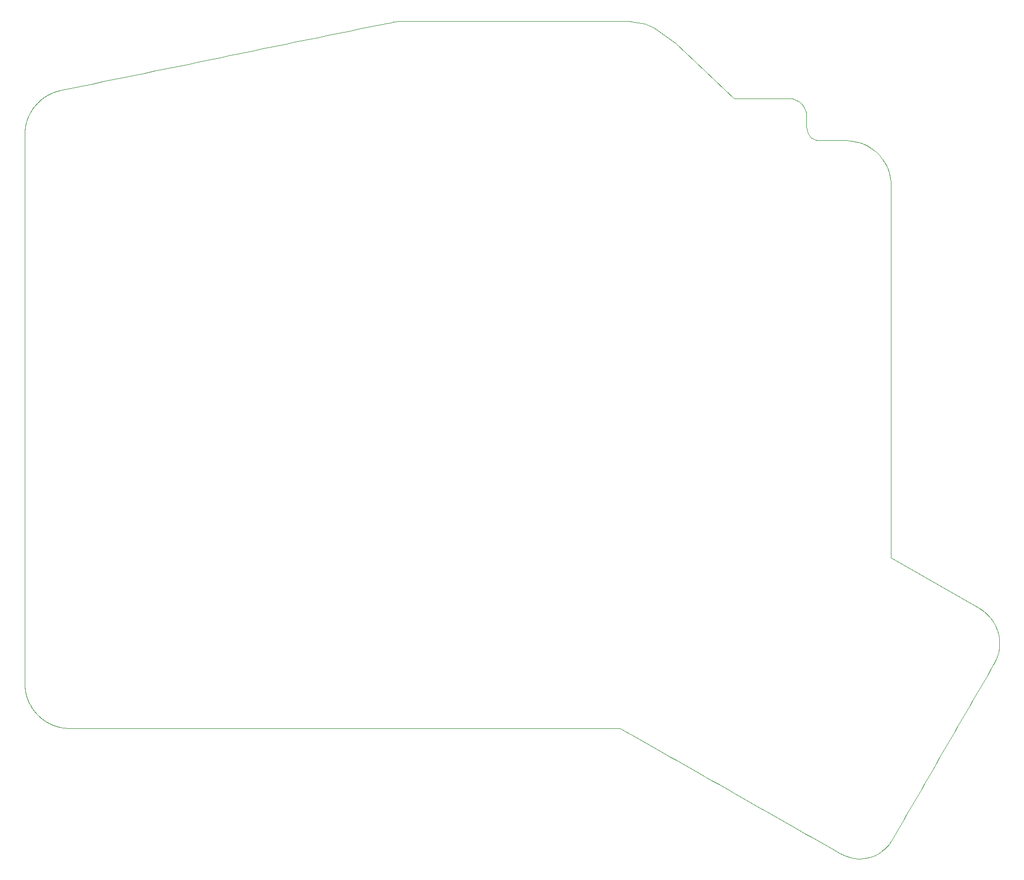
<source format=gm1>
G04 #@! TF.FileFunction,Profile,NP*
%FSLAX46Y46*%
G04 Gerber Fmt 4.6, Leading zero omitted, Abs format (unit mm)*
G04 Created by KiCad (PCBNEW 4.0.7) date 07/12/18 18:39:29*
%MOMM*%
%LPD*%
G01*
G04 APERTURE LIST*
%ADD10C,0.100000*%
G04 APERTURE END LIST*
D10*
X211974503Y-168959851D02*
X211996561Y-168955245D01*
X210020576Y-169055135D02*
X210098262Y-169065622D01*
X209865675Y-169030528D02*
X209943042Y-169043437D01*
X209329958Y-168906362D02*
X209405762Y-168927714D01*
X211951312Y-168964633D02*
X211974503Y-168959851D01*
X211818309Y-168990947D02*
X211847186Y-168985385D01*
X211193817Y-169084663D02*
X211272067Y-169076854D01*
X211115505Y-169091244D02*
X211193817Y-169084663D01*
X210176086Y-169074897D02*
X210254032Y-169082958D01*
X209558153Y-168966809D02*
X209634713Y-168984549D01*
X210488471Y-169099850D02*
X210566768Y-169103047D01*
X210410239Y-169095436D02*
X210488471Y-169099850D01*
X212196280Y-168910718D02*
X212199248Y-168910091D01*
X212173262Y-168916024D02*
X212180691Y-168914291D01*
X212037280Y-168946584D02*
X212055944Y-168942543D01*
X211874924Y-168979967D02*
X211901523Y-168974698D01*
X211847186Y-168985385D02*
X211874924Y-168979967D01*
X210254032Y-169082958D02*
X210332089Y-169089805D01*
X210958749Y-169100730D02*
X211037144Y-169096600D01*
X210801915Y-169105321D02*
X210880335Y-169103637D01*
X209634713Y-168984549D02*
X209711496Y-169001083D01*
X209943042Y-169043437D02*
X210020576Y-169055135D01*
X209711496Y-169001083D02*
X209788488Y-169016410D01*
X211757130Y-169002472D02*
X211788290Y-168996645D01*
X209788488Y-169016410D02*
X209865675Y-169030528D01*
X211621046Y-169026952D02*
X211656786Y-169020670D01*
X211656786Y-169020670D02*
X211691379Y-169014491D01*
X210566768Y-169103047D02*
X210645118Y-169105025D01*
X209405762Y-168927714D02*
X209481831Y-168947864D01*
X212132354Y-168925491D02*
X212144263Y-168922757D01*
X211350241Y-169067818D02*
X211428323Y-169057553D01*
X210645118Y-169105025D02*
X210723505Y-169105783D01*
X211788290Y-168996645D02*
X211818309Y-168990947D01*
X212354073Y-168876631D02*
X212430973Y-168858104D01*
X212089886Y-168935072D02*
X212105167Y-168931655D01*
X212276827Y-168893962D02*
X212354073Y-168876631D01*
X212199248Y-168910091D02*
X212276827Y-168893962D01*
X212155049Y-168920263D02*
X212164716Y-168918017D01*
X212144263Y-168922757D02*
X212155049Y-168920263D01*
X212073479Y-168938704D02*
X212089886Y-168935072D01*
X211901523Y-168974698D02*
X211926985Y-168969584D01*
X210723505Y-169105783D02*
X210801915Y-169105321D01*
X211037144Y-169096600D02*
X211115505Y-169091244D01*
X210098262Y-169065622D02*
X210176086Y-169074897D01*
X212192199Y-168911632D02*
X212196280Y-168910718D01*
X212187003Y-168912825D02*
X212192199Y-168911632D01*
X212180691Y-168914291D02*
X212187003Y-168912825D01*
X212164716Y-168918017D02*
X212173262Y-168916024D01*
X212055944Y-168942543D02*
X212073479Y-168938704D01*
X211584158Y-169033331D02*
X211621046Y-169026952D01*
X211506301Y-169046057D02*
X211584158Y-169033331D01*
X211272067Y-169076854D02*
X211350241Y-169067818D01*
X210332089Y-169089805D02*
X210410239Y-169095436D01*
X211996561Y-168955245D02*
X212017486Y-168950820D01*
X212119323Y-168928460D02*
X212132354Y-168925491D01*
X211428323Y-169057553D02*
X211506301Y-169046057D01*
X210880335Y-169103637D02*
X210958749Y-169100730D01*
X211724827Y-169008423D02*
X211757130Y-169002472D01*
X211926985Y-168969584D02*
X211951312Y-168964633D01*
X209481831Y-168947864D02*
X209558153Y-168966809D01*
X212105167Y-168931655D02*
X212119323Y-168928460D01*
X211691379Y-169014491D02*
X211724827Y-169008423D01*
X212017486Y-168950820D02*
X212037280Y-168946584D01*
X208953965Y-168787260D02*
X208973379Y-168793524D01*
X208934436Y-168780958D02*
X208953965Y-168787260D01*
X208258388Y-168549405D02*
X208288529Y-168561380D01*
X208914790Y-168774617D02*
X208934436Y-168780958D01*
X208288529Y-168561380D02*
X208318749Y-168573161D01*
X208835051Y-168748856D02*
X208855159Y-168755357D01*
X208711990Y-168708964D02*
X208732786Y-168715721D01*
X208532413Y-168650174D02*
X208563228Y-168660391D01*
X208501668Y-168639759D02*
X208532413Y-168650174D01*
X207874116Y-168376297D02*
X207903152Y-168390752D01*
X207645198Y-168253931D02*
X207673476Y-168269877D01*
X208049674Y-168460193D02*
X208079239Y-168473512D01*
X208794489Y-168735730D02*
X208814827Y-168742314D01*
X208774036Y-168729103D02*
X208794489Y-168735730D01*
X208732786Y-168715721D02*
X208753468Y-168722434D01*
X207932279Y-168405018D02*
X207961496Y-168419096D01*
X207903152Y-168390752D02*
X207932279Y-168405018D01*
X208691079Y-168702163D02*
X208711990Y-168708964D01*
X208318749Y-168573161D02*
X208349047Y-168584748D01*
X208168443Y-168512322D02*
X208198344Y-168524876D01*
X207701853Y-168285638D02*
X207730326Y-168301214D01*
X208563228Y-168660391D02*
X208584820Y-168667470D01*
X207758895Y-168316604D02*
X207787560Y-168331807D01*
X207787560Y-168331807D02*
X207816319Y-168346824D01*
X209142842Y-168848263D02*
X209161084Y-168854173D01*
X208198344Y-168524876D02*
X208228325Y-168537237D01*
X209087409Y-168830332D02*
X209106004Y-168836343D01*
X208814827Y-168742314D02*
X208835051Y-168748856D01*
X208670055Y-168695316D02*
X208691079Y-168702163D01*
X209068697Y-168824287D02*
X209087409Y-168830332D01*
X208855159Y-168755357D02*
X208875151Y-168761817D01*
X208108890Y-168486640D02*
X208138625Y-168499577D01*
X208440397Y-168618342D02*
X208470996Y-168629149D01*
X209124482Y-168842320D02*
X209142842Y-168848263D01*
X209106004Y-168836343D02*
X209124482Y-168842320D01*
X209049867Y-168818207D02*
X209068697Y-168824287D01*
X209011856Y-168805938D02*
X209030920Y-168812091D01*
X208973379Y-168793524D02*
X208992676Y-168799750D01*
X208627664Y-168681486D02*
X208648916Y-168688424D01*
X208079239Y-168473512D02*
X208108890Y-168486640D01*
X207730326Y-168301214D02*
X207758895Y-168316604D01*
X208349047Y-168584748D02*
X208379422Y-168596141D01*
X208228325Y-168537237D02*
X208258388Y-168549405D01*
X208020194Y-168446684D02*
X208049674Y-168460193D01*
X207845171Y-168361654D02*
X207874116Y-168376297D01*
X207961496Y-168419096D02*
X207990801Y-168432985D01*
X207990801Y-168432985D02*
X208020194Y-168446684D01*
X208875151Y-168761817D02*
X208895028Y-168768237D01*
X208648916Y-168688424D02*
X208670055Y-168695316D01*
X207816319Y-168346824D02*
X207845171Y-168361654D01*
X208606299Y-168674502D02*
X208627664Y-168681486D01*
X207673476Y-168269877D02*
X207701853Y-168285638D01*
X208470996Y-168629149D02*
X208501668Y-168639759D01*
X208379422Y-168596141D02*
X208409872Y-168607339D01*
X209030920Y-168812091D02*
X209049867Y-168818207D01*
X208895028Y-168768237D02*
X208914790Y-168774617D01*
X208138625Y-168499577D02*
X208168443Y-168512322D01*
X209161084Y-168854173D02*
X209179208Y-168860051D01*
X208584820Y-168667470D02*
X208606299Y-168674502D01*
X208753468Y-168722434D02*
X208774036Y-168729103D01*
X208409872Y-168607339D02*
X208440397Y-168618342D01*
X209254436Y-168883807D02*
X209329958Y-168906362D01*
X209179208Y-168860051D02*
X209254436Y-168883807D01*
X208992676Y-168799750D02*
X209011856Y-168805938D01*
X185453758Y-155645345D02*
X186621728Y-156308955D01*
X145216385Y-147682218D02*
X148129911Y-147682193D01*
X181949847Y-153654515D02*
X183117818Y-154318125D01*
X173774057Y-149009242D02*
X174942027Y-149672853D01*
X81118824Y-147683021D02*
X84032350Y-147682971D01*
X177277967Y-151000073D02*
X178445937Y-151663684D01*
X116081130Y-147682511D02*
X118994655Y-147682477D01*
X113167604Y-147682547D02*
X116081130Y-147682511D01*
X92772926Y-147682828D02*
X95686452Y-147682784D01*
X86945875Y-147682922D02*
X89859401Y-147682874D01*
X162697540Y-147682081D02*
X165611066Y-147682061D01*
X156870488Y-147682124D02*
X159784014Y-147682102D01*
X148129911Y-147682193D02*
X151043436Y-147682169D01*
X136475808Y-147682296D02*
X139389334Y-147682269D01*
X127735231Y-147682382D02*
X130648757Y-147682352D01*
X124821706Y-147682413D02*
X127735231Y-147682382D01*
X110254079Y-147682583D02*
X113167604Y-147682547D01*
X81105091Y-147683008D02*
X81111958Y-147683018D01*
X171438118Y-147682021D02*
X172606088Y-148345632D01*
X139389334Y-147682269D02*
X142302859Y-147682243D01*
X89859401Y-147682874D02*
X92772926Y-147682828D01*
X159784014Y-147682102D02*
X162697540Y-147682081D01*
X174942027Y-149672853D02*
X176109997Y-150336463D01*
X172606088Y-148345632D02*
X173774057Y-149009242D01*
X107340553Y-147682620D02*
X110254079Y-147682583D01*
X206477227Y-167590321D02*
X207645198Y-168253931D01*
X205309257Y-166926712D02*
X206477227Y-167590321D01*
X198301433Y-162945053D02*
X199469404Y-163608663D01*
X194797521Y-160954224D02*
X195965492Y-161617834D01*
X186621728Y-156308955D02*
X187789699Y-156972565D01*
X191293610Y-158963395D02*
X192461580Y-159627004D01*
X183117818Y-154318125D02*
X184285788Y-154981735D01*
X179613907Y-152327294D02*
X180781877Y-152990904D01*
X151043436Y-147682169D02*
X153956962Y-147682146D01*
X118994655Y-147682477D02*
X121908181Y-147682445D01*
X130648757Y-147682352D02*
X133562283Y-147682324D01*
X180781877Y-152990904D02*
X181949847Y-153654515D01*
X133562283Y-147682324D02*
X136475808Y-147682296D01*
X204141286Y-166263102D02*
X205309257Y-166926712D01*
X202973315Y-165599492D02*
X204141286Y-166263102D01*
X201805345Y-164935883D02*
X202973315Y-165599492D01*
X200637374Y-164272273D02*
X201805345Y-164935883D01*
X199469404Y-163608663D02*
X200637374Y-164272273D01*
X188957669Y-157636175D02*
X190125639Y-158299785D01*
X178445937Y-151663684D02*
X179613907Y-152327294D01*
X104427028Y-147682659D02*
X107340553Y-147682620D01*
X121908181Y-147682445D02*
X124821706Y-147682413D01*
X184285788Y-154981735D02*
X185453758Y-155645345D01*
X165611066Y-147682061D02*
X168524592Y-147682041D01*
X101513502Y-147682700D02*
X104427028Y-147682659D01*
X153956962Y-147682146D02*
X156870488Y-147682124D01*
X142302859Y-147682243D02*
X145216385Y-147682218D01*
X81111958Y-147683018D02*
X81118824Y-147683021D01*
X84032350Y-147682971D02*
X86945875Y-147682922D01*
X197133462Y-162281444D02*
X198301433Y-162945053D01*
X195965492Y-161617834D02*
X197133462Y-162281444D01*
X95686452Y-147682784D02*
X98599977Y-147682741D01*
X98599977Y-147682741D02*
X101513502Y-147682700D01*
X168524592Y-147682041D02*
X171438118Y-147682021D01*
X193629551Y-160290614D02*
X194797521Y-160954224D01*
X192461580Y-159627004D02*
X193629551Y-160290614D01*
X190125639Y-158299785D02*
X191293610Y-158963395D01*
X187789699Y-156972565D02*
X188957669Y-157636175D01*
X176109997Y-150336463D02*
X177277967Y-151000073D01*
X80988384Y-147681664D02*
X80995248Y-147681814D01*
X80967794Y-147681153D02*
X80974657Y-147681333D01*
X80954069Y-147680759D02*
X80960931Y-147680961D01*
X80947207Y-147680545D02*
X80954069Y-147680759D01*
X80433306Y-147648993D02*
X80455687Y-147650957D01*
X80787976Y-147673466D02*
X80826022Y-147675379D01*
X80192091Y-147625044D02*
X80222088Y-147627622D01*
X80617353Y-147663319D02*
X80648864Y-147665398D01*
X80504359Y-147655000D02*
X80530650Y-147657063D01*
X80162113Y-147622288D02*
X80192091Y-147625044D01*
X80253691Y-147630188D02*
X80256574Y-147630529D01*
X80392453Y-147645224D02*
X80412228Y-147647080D01*
X80919760Y-147679577D02*
X80926621Y-147679837D01*
X80587147Y-147661231D02*
X80617353Y-147663319D01*
X80340935Y-147640091D02*
X80356807Y-147641721D01*
X80558246Y-147659143D02*
X80587147Y-147661231D01*
X80301124Y-147635780D02*
X80313094Y-147637112D01*
X80266232Y-147631702D02*
X80273007Y-147632518D01*
X80252104Y-147630021D02*
X80253691Y-147630188D01*
X80132156Y-147619352D02*
X80162113Y-147622288D01*
X80906039Y-147679021D02*
X80912899Y-147679305D01*
X80715806Y-147669499D02*
X80751237Y-147671503D01*
X80326365Y-147638551D02*
X80340935Y-147640091D01*
X80222088Y-147627622D02*
X80252104Y-147630021D01*
X80681682Y-147667461D02*
X80715806Y-147669499D01*
X80256574Y-147630529D02*
X80260754Y-147631037D01*
X80281081Y-147633475D02*
X80290453Y-147634565D01*
X80412228Y-147647080D02*
X80433306Y-147648993D01*
X81029570Y-147682420D02*
X81036435Y-147682513D01*
X80313094Y-147637112D02*
X80326365Y-147638551D01*
X80912899Y-147679305D02*
X80919760Y-147679577D01*
X81077627Y-147682901D02*
X81084493Y-147682939D01*
X81008976Y-147682084D02*
X81015840Y-147682205D01*
X80981521Y-147681504D02*
X80988384Y-147681664D01*
X80751237Y-147671503D02*
X80787976Y-147673466D01*
X81002112Y-147681954D02*
X81008976Y-147682084D01*
X80290453Y-147634565D02*
X80301124Y-147635780D01*
X80455687Y-147650957D02*
X80479371Y-147652962D01*
X80530650Y-147657063D02*
X80558246Y-147659143D01*
X80974657Y-147681333D02*
X80981521Y-147681504D01*
X81098225Y-147682992D02*
X81105091Y-147683008D01*
X81091359Y-147682969D02*
X81098225Y-147682992D01*
X81050165Y-147682675D02*
X81057030Y-147682744D01*
X81084493Y-147682939D02*
X81091359Y-147682969D01*
X80926621Y-147679837D02*
X80933483Y-147680085D01*
X80260754Y-147631037D02*
X80266232Y-147631702D01*
X80865376Y-147677233D02*
X80906039Y-147679021D01*
X81070762Y-147682857D02*
X81077627Y-147682901D01*
X80479371Y-147652962D02*
X80504359Y-147655000D01*
X81063896Y-147682804D02*
X81070762Y-147682857D01*
X81057030Y-147682744D02*
X81063896Y-147682804D01*
X81043300Y-147682599D02*
X81050165Y-147682675D01*
X81022705Y-147682317D02*
X81029570Y-147682420D01*
X80826022Y-147675379D02*
X80865376Y-147677233D01*
X80960931Y-147680961D02*
X80967794Y-147681153D01*
X80373979Y-147643435D02*
X80392453Y-147645224D01*
X80356807Y-147641721D02*
X80373979Y-147643435D01*
X80940345Y-147680321D02*
X80947207Y-147680545D01*
X80648864Y-147665398D02*
X80681682Y-147667461D01*
X80933483Y-147680085D02*
X80940345Y-147680321D01*
X80273007Y-147632518D02*
X80281081Y-147633475D01*
X81036435Y-147682513D02*
X81043300Y-147682599D01*
X81015840Y-147682205D02*
X81022705Y-147682317D01*
X80995248Y-147681814D02*
X81002112Y-147681954D01*
X78775788Y-147306404D02*
X78782738Y-147308785D01*
X79450582Y-147502780D02*
X79479852Y-147509791D01*
X79025601Y-147385850D02*
X79051116Y-147393438D01*
X78623710Y-147257919D02*
X78650501Y-147266709D01*
X78782738Y-147308785D02*
X78790835Y-147311543D01*
X79333906Y-147472981D02*
X79363013Y-147480694D01*
X78765321Y-147302795D02*
X78769983Y-147304405D01*
X79297738Y-147463224D02*
X79333906Y-147472981D01*
X79262762Y-147453680D02*
X79297738Y-147463224D01*
X79228974Y-147444358D02*
X79262762Y-147453680D01*
X78769983Y-147304405D02*
X78775788Y-147306404D01*
X78596970Y-147248981D02*
X78623710Y-147257919D01*
X79392162Y-147488231D02*
X79421352Y-147495593D01*
X78863593Y-147335607D02*
X78879766Y-147340807D01*
X78879766Y-147340807D02*
X78897101Y-147346330D01*
X79134728Y-147417783D02*
X79164959Y-147426402D01*
X78978090Y-147371505D02*
X79001259Y-147378537D01*
X79567890Y-147529771D02*
X79597310Y-147536079D01*
X79363013Y-147480694D02*
X79392162Y-147488231D01*
X79051116Y-147393438D02*
X79077808Y-147401294D01*
X78810474Y-147318159D02*
X78822021Y-147322004D01*
X79421352Y-147495593D02*
X79450582Y-147502780D01*
X78897101Y-147346330D02*
X78915599Y-147352168D01*
X80102219Y-147616237D02*
X80132156Y-147619352D01*
X79164959Y-147426402D02*
X79196374Y-147435263D01*
X78758171Y-147300371D02*
X78759416Y-147300772D01*
X80072305Y-147612944D02*
X80102219Y-147616237D01*
X79509161Y-147516627D02*
X79538507Y-147523287D01*
X78759416Y-147300772D02*
X78761799Y-147301582D01*
X78650501Y-147266709D02*
X78677343Y-147275349D01*
X78848578Y-147330735D02*
X78863593Y-147335607D01*
X80042413Y-147609473D02*
X80072305Y-147612944D01*
X80012545Y-147605823D02*
X80042413Y-147609473D01*
X79077808Y-147401294D02*
X79105678Y-147409411D01*
X78834722Y-147326198D02*
X78848578Y-147330735D01*
X78761799Y-147301582D02*
X78765321Y-147302795D01*
X78731179Y-147292180D02*
X78758171Y-147300371D01*
X79982702Y-147601995D02*
X80012545Y-147605823D01*
X79715334Y-147559547D02*
X79744923Y-147564972D01*
X79105678Y-147409411D02*
X79134728Y-147417783D01*
X78677343Y-147275349D02*
X78704236Y-147283840D01*
X79952883Y-147597989D02*
X79982702Y-147601995D01*
X79923090Y-147593804D02*
X79952883Y-147597989D01*
X79893325Y-147589443D02*
X79923090Y-147593804D01*
X79863586Y-147584903D02*
X79893325Y-147589443D01*
X78935262Y-147358314D02*
X78956092Y-147364762D01*
X79833876Y-147580186D02*
X79863586Y-147584903D01*
X78956092Y-147364762D02*
X78978090Y-147371505D01*
X79804195Y-147575292D02*
X79833876Y-147580186D01*
X79774544Y-147570221D02*
X79804195Y-147575292D01*
X79744923Y-147564972D02*
X79774544Y-147570221D01*
X79685778Y-147553945D02*
X79715334Y-147559547D01*
X79656254Y-147548166D02*
X79685778Y-147553945D01*
X79196374Y-147435263D02*
X79228974Y-147444358D01*
X79597310Y-147536079D02*
X79626765Y-147542210D01*
X78915599Y-147352168D02*
X78935262Y-147358314D01*
X78790835Y-147311543D02*
X78800079Y-147314670D01*
X78704236Y-147283840D02*
X78731179Y-147292180D01*
X78822021Y-147322004D02*
X78834722Y-147326198D01*
X79001259Y-147378537D02*
X79025601Y-147385850D01*
X78800079Y-147314670D02*
X78810474Y-147318159D01*
X79626765Y-147542210D02*
X79656254Y-147548166D01*
X79538507Y-147523287D02*
X79567890Y-147529771D01*
X79479852Y-147509791D02*
X79509161Y-147516627D01*
X77825809Y-146916032D02*
X77854591Y-146930829D01*
X78254358Y-147119321D02*
X78280367Y-147130175D01*
X77798058Y-146901669D02*
X77825809Y-146916032D01*
X77381522Y-146673790D02*
X77405030Y-146686658D01*
X77559922Y-146773985D02*
X77576536Y-146783192D01*
X78074021Y-147039272D02*
X78099594Y-147051141D01*
X77311428Y-146634447D02*
X77334721Y-146647685D01*
X77516042Y-146749403D02*
X77529678Y-146757084D01*
X77241987Y-146593999D02*
X77265061Y-146607604D01*
X78280367Y-147130175D02*
X78306437Y-147140884D01*
X78176696Y-147085883D02*
X78202522Y-147097174D01*
X77720950Y-146861245D02*
X77745631Y-146874270D01*
X77594149Y-146792897D02*
X77612763Y-146803093D01*
X77529678Y-146757084D02*
X77544303Y-146765280D01*
X77503393Y-146742241D02*
X77516042Y-146749403D01*
X77481046Y-146729499D02*
X77491729Y-146735604D01*
X77471342Y-146723931D02*
X77481046Y-146729499D01*
X77437405Y-146704345D02*
X77442258Y-146707143D01*
X77430583Y-146700468D02*
X77433515Y-146702118D01*
X77544303Y-146765280D02*
X77559922Y-146773985D01*
X77491729Y-146735604D02*
X77503393Y-146742241D01*
X78202522Y-147097174D02*
X78228409Y-147108320D01*
X77745631Y-146874270D02*
X77771332Y-146887746D01*
X77697288Y-146848677D02*
X77720950Y-146861245D01*
X77428608Y-146699401D02*
X77430583Y-146700468D01*
X77334721Y-146647685D02*
X77358086Y-146660799D01*
X78150932Y-147074447D02*
X78176696Y-147085883D01*
X78099594Y-147051141D02*
X78125231Y-147062867D01*
X77632381Y-146813774D02*
X77653006Y-146824936D01*
X77612763Y-146803093D02*
X77632381Y-146813774D01*
X77915253Y-146961704D02*
X77947139Y-146977771D01*
X78125231Y-147062867D02*
X78150932Y-147074447D01*
X77771332Y-146887746D02*
X77798058Y-146901669D01*
X77288208Y-146621087D02*
X77311428Y-146634447D01*
X77454859Y-146714429D02*
X77462614Y-146718906D01*
X77265061Y-146607604D02*
X77288208Y-146621087D01*
X77433515Y-146702118D02*
X77437405Y-146704345D01*
X77947139Y-146977771D02*
X77972382Y-146990358D01*
X77358086Y-146660799D02*
X77381522Y-146673790D01*
X77442258Y-146707143D02*
X77448075Y-146710506D01*
X78570284Y-147239893D02*
X78596970Y-147248981D01*
X77884404Y-146946055D02*
X77915253Y-146961704D01*
X78543650Y-147230657D02*
X78570284Y-147239893D01*
X77997692Y-147002801D02*
X78023069Y-147015102D01*
X77854591Y-146930829D02*
X77884404Y-146946055D01*
X78023069Y-147015102D02*
X78048512Y-147027259D01*
X77405030Y-146686658D02*
X77428608Y-146699401D01*
X78517070Y-147221273D02*
X78543650Y-147230657D01*
X77653006Y-146824936D02*
X77674640Y-146836572D01*
X77674640Y-146836572D02*
X77697288Y-146848677D01*
X78490544Y-147211740D02*
X78517070Y-147221273D01*
X78464074Y-147202059D02*
X78490544Y-147211740D01*
X78048512Y-147027259D02*
X78074021Y-147039272D01*
X78228409Y-147108320D02*
X78254358Y-147119321D01*
X77448075Y-146710506D02*
X77454859Y-146714429D01*
X78437658Y-147192231D02*
X78464074Y-147202059D01*
X77462614Y-146718906D02*
X77471342Y-146723931D01*
X77576536Y-146783192D02*
X77594149Y-146792897D01*
X78411299Y-147182256D02*
X78437658Y-147192231D01*
X78384997Y-147172133D02*
X78411299Y-147182256D01*
X78358752Y-147161863D02*
X78384997Y-147172133D01*
X78332565Y-147151447D02*
X78358752Y-147161863D01*
X78306437Y-147140884D02*
X78332565Y-147151447D01*
X77972382Y-146990358D02*
X77997692Y-147002801D01*
X76818171Y-146312713D02*
X76839759Y-146328580D01*
X76753907Y-146264419D02*
X76775245Y-146280633D01*
X76103634Y-145728684D02*
X76123196Y-145746110D01*
X76342136Y-145932571D02*
X76352425Y-145941335D01*
X76582965Y-146130688D02*
X76605749Y-146148799D01*
X76519742Y-146079927D02*
X76539965Y-146096247D01*
X76500366Y-146064212D02*
X76519742Y-146079927D01*
X76332652Y-145924466D02*
X76342136Y-145932571D01*
X76302699Y-145898711D02*
X76308997Y-145904141D01*
X76292463Y-145889896D02*
X76297188Y-145893961D01*
X76182431Y-145797782D02*
X76202357Y-145814802D01*
X76653904Y-146186782D02*
X76679282Y-146206645D01*
X76796666Y-146296731D02*
X76818171Y-146312713D01*
X76539965Y-146096247D02*
X76561038Y-146113169D01*
X76481834Y-146049107D02*
X76500366Y-146064212D01*
X76222373Y-145831719D02*
X76242478Y-145848533D01*
X76316086Y-145910246D02*
X76323970Y-145917022D01*
X76288518Y-145886520D02*
X76292463Y-145889896D01*
X76142850Y-145763436D02*
X76162595Y-145780660D01*
X76285350Y-145883837D02*
X76288518Y-145886520D01*
X76993157Y-146436373D02*
X77015392Y-146451301D01*
X76401703Y-145982886D02*
X76416070Y-145994875D01*
X76905015Y-146375481D02*
X76926930Y-146390881D01*
X76375433Y-145960821D02*
X76388158Y-145971533D01*
X76732654Y-146248091D02*
X76753907Y-146264419D01*
X76705530Y-146227083D02*
X76732654Y-146248091D01*
X76629395Y-146167499D02*
X76653904Y-146186782D01*
X76297188Y-145893961D02*
X76302699Y-145898711D01*
X76084163Y-145711157D02*
X76103634Y-145728684D01*
X76282956Y-145881851D02*
X76285350Y-145883837D01*
X76202357Y-145814802D02*
X76222373Y-145831719D01*
X76431263Y-146007496D02*
X76447286Y-146020745D01*
X76416070Y-145994875D02*
X76431263Y-146007496D01*
X76948926Y-146406163D02*
X76971002Y-146421327D01*
X76926930Y-146390881D02*
X76948926Y-146406163D01*
X76561038Y-146113169D02*
X76582965Y-146130688D01*
X76464142Y-146034616D02*
X76481834Y-146049107D01*
X76352425Y-145941335D02*
X76363523Y-145950753D01*
X76323970Y-145917022D02*
X76332652Y-145924466D01*
X77218987Y-146580273D02*
X77241987Y-146593999D01*
X76839759Y-146328580D02*
X76861429Y-146344330D01*
X76242478Y-145848533D02*
X76262673Y-145865244D01*
X76861429Y-146344330D02*
X76883181Y-146359964D01*
X77196061Y-146566424D02*
X77218987Y-146580273D01*
X77173210Y-146552455D02*
X77196061Y-146566424D01*
X76308997Y-145904141D02*
X76316086Y-145910246D01*
X76971002Y-146421327D02*
X76993157Y-146436373D01*
X76363523Y-145950753D02*
X76375433Y-145960821D01*
X77150435Y-146538365D02*
X77173210Y-146552455D01*
X77127735Y-146524154D02*
X77150435Y-146538365D01*
X77105112Y-146509823D02*
X77127735Y-146524154D01*
X77082566Y-146495371D02*
X77105112Y-146509823D01*
X76775245Y-146280633D02*
X76796666Y-146296731D01*
X76123196Y-145746110D02*
X76142850Y-145763436D01*
X76605749Y-146148799D02*
X76629395Y-146167499D01*
X76262673Y-145865244D02*
X76282956Y-145881851D01*
X76447286Y-146020745D02*
X76464142Y-146034616D01*
X77015392Y-146451301D02*
X77037705Y-146466111D01*
X76679282Y-146206645D02*
X76705530Y-146227083D01*
X77060096Y-146480801D02*
X77082566Y-146495371D01*
X76388158Y-145971533D02*
X76401703Y-145982886D01*
X76162595Y-145780660D02*
X76182431Y-145797782D01*
X77037705Y-146466111D02*
X77060096Y-146480801D01*
X76883181Y-146359964D02*
X76905015Y-146375481D01*
X75821425Y-145455397D02*
X75839570Y-145474297D01*
X75190840Y-144713285D02*
X75207176Y-144734288D01*
X75341752Y-144900093D02*
X75347055Y-144906729D01*
X75767575Y-145398127D02*
X75785427Y-145417312D01*
X75435770Y-145015998D02*
X75448301Y-145031138D01*
X75423917Y-145001613D02*
X75435770Y-145015998D01*
X75333040Y-144889205D02*
X75337082Y-144894250D01*
X75359574Y-144922371D02*
X75366799Y-144931369D01*
X75894588Y-145530421D02*
X75913119Y-145548936D01*
X75489998Y-145081055D02*
X75505280Y-145099181D01*
X75256856Y-144796782D02*
X75273637Y-144817440D01*
X75126617Y-144628431D02*
X75142503Y-144649770D01*
X75857812Y-145493101D02*
X75876152Y-145511809D01*
X75839570Y-145474297D02*
X75857812Y-145493101D01*
X75674714Y-145295104D02*
X75697160Y-145320451D01*
X75366799Y-144931369D02*
X75374673Y-144941146D01*
X75611770Y-145223313D02*
X75632023Y-145246531D01*
X75505280Y-145099181D02*
X75521259Y-145118046D01*
X75412738Y-144987988D02*
X75423917Y-145001613D01*
X75448301Y-145031138D02*
X75461513Y-145047029D01*
X75402228Y-144975125D02*
X75412738Y-144987988D01*
X75207176Y-144734288D02*
X75223625Y-144755205D01*
X75158503Y-144671026D02*
X75174615Y-144692198D01*
X75475411Y-145063670D02*
X75489998Y-145081055D01*
X75392383Y-144963028D02*
X75402228Y-144975125D01*
X75329623Y-144884961D02*
X75333040Y-144889205D01*
X75931747Y-145567354D02*
X75950469Y-145585674D01*
X75913119Y-145548936D02*
X75931747Y-145567354D01*
X75461513Y-145047029D02*
X75475411Y-145063670D01*
X75521259Y-145118046D02*
X75537941Y-145137644D01*
X75374673Y-144941146D02*
X75383199Y-144951701D01*
X75337082Y-144894250D02*
X75341752Y-144900093D01*
X75326825Y-144881522D02*
X75329623Y-144884961D01*
X75307532Y-144858495D02*
X75324644Y-144878891D01*
X75324644Y-144878891D02*
X75326825Y-144881522D01*
X75223625Y-144755205D02*
X75240185Y-144776036D01*
X76064784Y-145693529D02*
X76084163Y-145711157D01*
X76045498Y-145675801D02*
X76064784Y-145693529D01*
X75555328Y-145157974D02*
X75573426Y-145179031D01*
X76026305Y-145657973D02*
X76045498Y-145675801D01*
X76007205Y-145640047D02*
X76026305Y-145657973D01*
X75174615Y-144692198D02*
X75190840Y-144713285D01*
X75950469Y-145585674D02*
X75969287Y-145603897D01*
X75632023Y-145246531D02*
X75653003Y-145270463D01*
X75537941Y-145137644D02*
X75555328Y-145157974D01*
X75142503Y-144649770D02*
X75158503Y-144671026D01*
X75240185Y-144776036D02*
X75256856Y-144796782D01*
X75803377Y-145436402D02*
X75821425Y-145455397D01*
X75785427Y-145417312D02*
X75803377Y-145436402D01*
X75749822Y-145378849D02*
X75767575Y-145398127D01*
X75383199Y-144951701D02*
X75392383Y-144963028D01*
X75352994Y-144914156D02*
X75359574Y-144922371D01*
X75290530Y-144838011D02*
X75307532Y-144858495D01*
X75273637Y-144817440D02*
X75290530Y-144838011D01*
X75988199Y-145622021D02*
X76007205Y-145640047D01*
X75714614Y-145340010D02*
X75732169Y-145359476D01*
X75573426Y-145179031D02*
X75592239Y-145200812D01*
X75969287Y-145603897D02*
X75988199Y-145622021D01*
X75732169Y-145359476D02*
X75749822Y-145378849D01*
X75697160Y-145320451D02*
X75714614Y-145340010D01*
X75592239Y-145200812D02*
X75611770Y-145223313D01*
X75347055Y-144906729D02*
X75352994Y-144914156D01*
X75876152Y-145511809D02*
X75894588Y-145530421D01*
X75653003Y-145270463D02*
X75674714Y-145295104D01*
X215921199Y-58270782D02*
X215919318Y-58239262D01*
X215840337Y-57613060D02*
X215834328Y-57582031D01*
X215929202Y-60525964D02*
X215929228Y-58554941D01*
X215917238Y-58207756D02*
X215914962Y-58176266D01*
X215922883Y-58302315D02*
X215921199Y-58270782D01*
X215928335Y-58460145D02*
X215927641Y-58428560D01*
X215929129Y-58523336D02*
X215928831Y-58491737D01*
X215846150Y-57644121D02*
X215840337Y-57613060D01*
X215851768Y-57675215D02*
X215846150Y-57644121D01*
X215857189Y-57706339D02*
X215851768Y-57675215D01*
X215862415Y-57737493D02*
X215857189Y-57706339D01*
X215929071Y-70381080D02*
X215929097Y-68410057D01*
X215872280Y-57799887D02*
X215867445Y-57768676D01*
X215881359Y-57862389D02*
X215876918Y-57831125D01*
X215897162Y-57987689D02*
X215893506Y-57956329D01*
X215928837Y-88120289D02*
X215928863Y-86149266D01*
X215885605Y-57893678D02*
X215881359Y-57862389D01*
X215889654Y-57924992D02*
X215885605Y-57893678D01*
X215906949Y-58081893D02*
X215903883Y-58050471D01*
X215914962Y-58176266D02*
X215912488Y-58144791D01*
X215919318Y-58239262D02*
X215917238Y-58207756D01*
X215928941Y-80236196D02*
X215928967Y-78265173D01*
X215900621Y-58019070D02*
X215897162Y-57987689D01*
X215928863Y-86149266D02*
X215928889Y-84178243D01*
X215903883Y-58050471D02*
X215900621Y-58019070D01*
X215929045Y-72352104D02*
X215929071Y-70381080D01*
X215925658Y-58365416D02*
X215924369Y-58333860D01*
X215929228Y-58554941D02*
X215929129Y-58523336D01*
X215928915Y-82207220D02*
X215928941Y-80236196D01*
X215912488Y-58144791D02*
X215909817Y-58113333D01*
X215929150Y-64468011D02*
X215929176Y-62496987D01*
X215929097Y-68410057D02*
X215929124Y-66439034D01*
X215928889Y-84178243D02*
X215928915Y-82207220D01*
X215876918Y-57831125D02*
X215872280Y-57799887D01*
X215924369Y-58333860D02*
X215922883Y-58302315D01*
X215927641Y-58428560D02*
X215926748Y-58396983D01*
X215928967Y-78265173D02*
X215928993Y-76294150D01*
X215791976Y-57364825D02*
X215786459Y-57336372D01*
X215893506Y-57956329D02*
X215889654Y-57924992D01*
X215929176Y-62496987D02*
X215929202Y-60525964D01*
X215867445Y-57768676D02*
X215862415Y-57737493D01*
X215926748Y-58396983D02*
X215925658Y-58365416D01*
X215928831Y-58491737D02*
X215928335Y-58460145D01*
X215929019Y-74323127D02*
X215929045Y-72352104D01*
X215929124Y-66439034D02*
X215929150Y-64468011D01*
X215928993Y-76294150D02*
X215929019Y-74323127D01*
X215797439Y-57392990D02*
X215791976Y-57364825D01*
X215740136Y-57098419D02*
X215734043Y-57067391D01*
X215746157Y-57129163D02*
X215740136Y-57098419D01*
X215752109Y-57159622D02*
X215746157Y-57129163D01*
X215757992Y-57189796D02*
X215752109Y-57159622D01*
X215763810Y-57219685D02*
X215757992Y-57189796D01*
X215769563Y-57249287D02*
X215763810Y-57219685D01*
X215775255Y-57278602D02*
X215769563Y-57249287D01*
X215780886Y-57307631D02*
X215775255Y-57278602D01*
X215786459Y-57336372D02*
X215780886Y-57307631D01*
X215802850Y-57420866D02*
X215797439Y-57392990D01*
X215808210Y-57448452D02*
X215802850Y-57420866D01*
X215813522Y-57475749D02*
X215808210Y-57448452D01*
X215909817Y-58113333D02*
X215906949Y-58081893D01*
X215818788Y-57502756D02*
X215813522Y-57475749D01*
X215834328Y-57582031D02*
X215829189Y-57555897D01*
X215824010Y-57529472D02*
X215818788Y-57502756D01*
X215829189Y-57555897D02*
X215824010Y-57529472D01*
X231166959Y-128513722D02*
X231132232Y-128486298D01*
X231678126Y-128981456D02*
X231661235Y-128964131D01*
X231727621Y-129032376D02*
X231711319Y-129015579D01*
X215928478Y-115714615D02*
X215928504Y-113743591D01*
X230734892Y-128205210D02*
X230697427Y-128181569D01*
X230990954Y-128379683D02*
X230955051Y-128353807D01*
X231303430Y-128626452D02*
X231269681Y-128597818D01*
X215928453Y-117685638D02*
X215928478Y-115714615D01*
X231026625Y-128405871D02*
X230990954Y-128379683D01*
X231644146Y-128946633D02*
X231626858Y-128928961D01*
X230583751Y-128112602D02*
X230545438Y-128090271D01*
X230809168Y-128253464D02*
X230772139Y-128229176D01*
X231403170Y-128714141D02*
X231370176Y-128684615D01*
X231880096Y-129190450D02*
X231865699Y-129175465D01*
X231500610Y-128804474D02*
X231468389Y-128774072D01*
X231097267Y-128459181D02*
X231062064Y-128432371D01*
X230659747Y-128158252D02*
X230621854Y-128135263D01*
X231626858Y-128928961D02*
X231595696Y-128897411D01*
X230697427Y-128181569D02*
X230659747Y-128158252D01*
X230772139Y-128229176D02*
X230734892Y-128205210D01*
X230918919Y-128328246D02*
X230882560Y-128303001D01*
X231711319Y-129015579D02*
X231694820Y-128998605D01*
X230882560Y-128303001D02*
X230845975Y-128278073D01*
X231062064Y-128432371D02*
X231026625Y-128405871D01*
X231694820Y-128998605D02*
X231678126Y-128981456D01*
X231370176Y-128684615D02*
X231336929Y-128655385D01*
X231435908Y-128743960D02*
X231403170Y-128714141D01*
X231595696Y-128897411D02*
X231564266Y-128866146D01*
X231775367Y-129081700D02*
X231759645Y-129065437D01*
X231743730Y-129048996D02*
X231727621Y-129032376D01*
X231759645Y-129065437D02*
X231743730Y-129048996D01*
X231790897Y-129097782D02*
X231775367Y-129081700D01*
X231532570Y-128835166D02*
X231500610Y-128804474D01*
X231468389Y-128774072D02*
X231435908Y-128743960D01*
X231865699Y-129175465D02*
X231851115Y-129160295D01*
X231661235Y-128964131D02*
X231644146Y-128946633D01*
X215928529Y-111772568D02*
X215928555Y-109801545D01*
X231851115Y-129160295D02*
X231836344Y-129144941D01*
X215928811Y-90091313D02*
X215928837Y-88120289D01*
X215928785Y-92062336D02*
X215928811Y-90091313D01*
X215928760Y-94033359D02*
X215928785Y-92062336D01*
X215928734Y-96004382D02*
X215928760Y-94033359D01*
X215928708Y-97975406D02*
X215928734Y-96004382D01*
X231836344Y-129144941D02*
X231821385Y-129129404D01*
X215928682Y-99946429D02*
X215928708Y-97975406D01*
X215928580Y-107830522D02*
X215928606Y-105859498D01*
X230955051Y-128353807D02*
X230918919Y-128328246D01*
X231564266Y-128866146D02*
X231532570Y-128835166D01*
X231132232Y-128486298D02*
X231097267Y-128459181D01*
X231821385Y-129129404D02*
X231806236Y-129113684D01*
X215928657Y-101917452D02*
X215928682Y-99946429D01*
X215928631Y-103888475D02*
X215928657Y-101917452D01*
X215928606Y-105859498D02*
X215928631Y-103888475D01*
X215928504Y-113743591D02*
X215928529Y-111772568D01*
X217496658Y-163550031D02*
X217497658Y-163548031D01*
X231269681Y-128597818D02*
X231235685Y-128569484D01*
X230621854Y-128135263D02*
X230583751Y-128112602D01*
X230845975Y-128278073D02*
X230809168Y-128253464D01*
X231201443Y-128541451D02*
X231166959Y-128513722D01*
X231336929Y-128655385D02*
X231303430Y-128626452D01*
X231806236Y-129113684D02*
X231790897Y-129097782D01*
X231235685Y-128569484D02*
X231201443Y-128541451D01*
X215928555Y-109801545D02*
X215928580Y-107830522D01*
X215928428Y-119656661D02*
X215928453Y-117685638D01*
X233054647Y-130845742D02*
X233028674Y-130788319D01*
X232917776Y-130562240D02*
X232888321Y-130506655D01*
X233128298Y-131020081D02*
X233104463Y-130961629D01*
X233201615Y-131206062D02*
X233191870Y-131181005D01*
X233220402Y-131254654D02*
X233211125Y-131230612D01*
X232795862Y-130342241D02*
X232763692Y-130288238D01*
X233246861Y-131323721D02*
X233238267Y-131301210D01*
X233139514Y-131048156D02*
X233128298Y-131020081D01*
X233279044Y-131408635D02*
X233271322Y-131388178D01*
X233191870Y-131181005D02*
X233181886Y-131155442D01*
X233238267Y-131301210D02*
X233229448Y-131278187D01*
X232444563Y-129821444D02*
X232405888Y-129771829D01*
X233161193Y-131102804D02*
X233150478Y-131075731D01*
X233211125Y-131230612D02*
X233201615Y-131206062D01*
X233271322Y-131388178D02*
X233263386Y-131367207D01*
X233293856Y-131447996D02*
X233286554Y-131428574D01*
X233286554Y-131428574D02*
X233279044Y-131408635D01*
X233255233Y-131345721D02*
X233246861Y-131323721D01*
X232203171Y-129530970D02*
X232160786Y-129484285D01*
X232244947Y-129578159D02*
X232203171Y-129530970D01*
X232482605Y-129871526D02*
X232444563Y-129821444D01*
X232405888Y-129771829D02*
X232366585Y-129722687D01*
X232520010Y-129922068D02*
X232482605Y-129871526D01*
X232556775Y-129973065D02*
X232520010Y-129922068D01*
X232628368Y-130076396D02*
X232592896Y-130024509D01*
X232697351Y-130181470D02*
X232663188Y-130128718D01*
X232946544Y-130618205D02*
X232917776Y-130562240D01*
X233028674Y-130788319D02*
X233001996Y-130731251D01*
X233104463Y-130961629D02*
X233079911Y-130903514D01*
X233150478Y-131075731D02*
X233139514Y-131048156D01*
X233171662Y-131129375D02*
X233161193Y-131102804D01*
X233181886Y-131155442D02*
X233171662Y-131129375D01*
X233229448Y-131278187D02*
X233220402Y-131254654D01*
X232827359Y-130396649D02*
X232795862Y-130342241D01*
X232888321Y-130506655D02*
X232858180Y-130451456D01*
X233001996Y-130731251D02*
X232974618Y-130674544D01*
X233263386Y-131367207D02*
X233255233Y-131345721D01*
X233079911Y-130903514D02*
X233054647Y-130845742D01*
X232730854Y-130234645D02*
X232697351Y-130181470D01*
X231894306Y-129205249D02*
X231880096Y-129190450D01*
X231908332Y-129219862D02*
X231894306Y-129205249D01*
X232001400Y-129316851D02*
X231988646Y-129303569D01*
X231922173Y-129234287D02*
X231908332Y-129219862D01*
X231935831Y-129248523D02*
X231922173Y-129234287D01*
X231988646Y-129303569D02*
X231975713Y-129290094D01*
X231949307Y-129262570D02*
X231935831Y-129248523D01*
X231975713Y-129290094D02*
X231962600Y-129276428D01*
X231962600Y-129276428D02*
X231949307Y-129262570D01*
X232013975Y-129329939D02*
X232001400Y-129316851D01*
X232026373Y-129342833D02*
X232013975Y-129329939D01*
X232038595Y-129355533D02*
X232026373Y-129342833D01*
X232050640Y-129368036D02*
X232038595Y-129355533D01*
X232062511Y-129380342D02*
X232050640Y-129368036D01*
X232074208Y-129392451D02*
X232062511Y-129380342D01*
X232117797Y-129438110D02*
X232074208Y-129392451D01*
X232160786Y-129484285D02*
X232117797Y-129438110D01*
X232974618Y-130674544D02*
X232946544Y-130618205D01*
X232286111Y-129625845D02*
X232244947Y-129578159D01*
X232592896Y-130024509D02*
X232556775Y-129973065D01*
X232326658Y-129674023D02*
X232286111Y-129625845D01*
X232663188Y-130128718D02*
X232628368Y-130076396D01*
X232366585Y-129722687D02*
X232326658Y-129674023D01*
X232763692Y-130288238D02*
X232730854Y-130234645D01*
X232858180Y-130451456D02*
X232827359Y-130396649D01*
X233412451Y-131764311D02*
X233392080Y-131708483D01*
X233504212Y-132046482D02*
X233487209Y-131989664D01*
X233604256Y-132448901D02*
X233592003Y-132390952D01*
X233670878Y-132858048D02*
X233663418Y-132799265D01*
X233703889Y-133895391D02*
X233704234Y-133874790D01*
X233701161Y-133212524D02*
X233697841Y-133153263D01*
X233707570Y-133478967D02*
X233707498Y-133450091D01*
X233677650Y-132916925D02*
X233670878Y-132858048D01*
X233689127Y-133034941D02*
X233683733Y-132975892D01*
X233705719Y-133331215D02*
X233703787Y-133271843D01*
X233707576Y-133535259D02*
X233707595Y-133507356D01*
X233707113Y-133642002D02*
X233707281Y-133616047D01*
X233626714Y-132565204D02*
X233615826Y-132506987D01*
X233520539Y-132103480D02*
X233504212Y-132046482D01*
X233704917Y-133832126D02*
X233705247Y-133810065D01*
X233663418Y-132799265D02*
X233655270Y-132740584D01*
X233706914Y-133667472D02*
X233707113Y-133642002D01*
X233703203Y-133935134D02*
X233703544Y-133915506D01*
X233451177Y-131876592D02*
X233432151Y-131820349D01*
X233707281Y-133616047D02*
X233707416Y-133589604D01*
X233469530Y-131933032D02*
X233451177Y-131876592D01*
X233655270Y-132740584D02*
X233646437Y-132682009D01*
X233487209Y-131989664D02*
X233469530Y-131933032D01*
X233356003Y-131613499D02*
X233350638Y-131599315D01*
X233392080Y-131708483D02*
X233371038Y-131652871D01*
X233551162Y-132217990D02*
X233536189Y-132160651D01*
X233579070Y-132333147D02*
X233565455Y-132275491D01*
X233693830Y-133094066D02*
X233689127Y-133034941D01*
X233707516Y-133562675D02*
X233707576Y-133535259D01*
X233615826Y-132506987D02*
X233604256Y-132448901D01*
X233636918Y-132623547D02*
X233626714Y-132565204D01*
X233706438Y-133716950D02*
X233706689Y-133692454D01*
X233707498Y-133450091D02*
X233706956Y-133390633D01*
X233703787Y-133271843D02*
X233701161Y-133212524D01*
X233706166Y-133740958D02*
X233706438Y-133716950D01*
X233704578Y-133853701D02*
X233704917Y-133832126D01*
X233592003Y-132390952D02*
X233579070Y-132333147D01*
X233683733Y-132975892D02*
X233677650Y-132916925D01*
X233565455Y-132275491D02*
X233551162Y-132217990D01*
X233300953Y-131466899D02*
X233293856Y-131447996D01*
X233307846Y-131485282D02*
X233300953Y-131466899D01*
X233314539Y-131503144D02*
X233307846Y-131485282D01*
X233321034Y-131520484D02*
X233314539Y-131503144D01*
X233327334Y-131537301D02*
X233321034Y-131520484D01*
X233706689Y-133692454D02*
X233706914Y-133667472D01*
X233705875Y-133764481D02*
X233706166Y-133740958D01*
X233333441Y-131553593D02*
X233327334Y-131537301D01*
X233339359Y-131569360D02*
X233333441Y-131553593D01*
X233345091Y-131584601D02*
X233339359Y-131569360D01*
X233646437Y-132682009D02*
X233636918Y-132623547D01*
X233350638Y-131599315D02*
X233345091Y-131584601D01*
X233697841Y-133153263D02*
X233693830Y-133094066D01*
X233706956Y-133390633D02*
X233705719Y-133331215D01*
X233707595Y-133507356D02*
X233707570Y-133478967D01*
X233707416Y-133589604D02*
X233707516Y-133562675D01*
X233432151Y-131820349D02*
X233412451Y-131764311D01*
X233536189Y-132160651D02*
X233520539Y-132103480D01*
X233705247Y-133810065D02*
X233705568Y-133787516D01*
X233704234Y-133874790D02*
X233704578Y-133853701D01*
X233361190Y-131627154D02*
X233356003Y-131613499D01*
X233366201Y-131640279D02*
X233361190Y-131627154D01*
X233371038Y-131652871D02*
X233366201Y-131640279D01*
X233705568Y-133787516D02*
X233705875Y-133764481D01*
X233703544Y-133915506D02*
X233703889Y-133895391D01*
X233646093Y-134812596D02*
X233654984Y-134750024D01*
X233195933Y-136283227D02*
X233206085Y-136260030D01*
X233185977Y-136305901D02*
X233195933Y-136283227D01*
X233122033Y-136450047D02*
X233130533Y-136431007D01*
X233130533Y-136431007D02*
X233139250Y-136411452D01*
X233700498Y-134118911D02*
X233700613Y-134104638D01*
X233699520Y-134182354D02*
X233700498Y-134118911D01*
X233697743Y-134245743D02*
X233699520Y-134182354D01*
X233105690Y-136486583D02*
X233113751Y-136468571D01*
X233695170Y-134309070D02*
X233697743Y-134245743D01*
X233440108Y-135671876D02*
X233459822Y-135611756D01*
X233546910Y-135307964D02*
X233562021Y-135246617D01*
X233282449Y-136082890D02*
X233294082Y-136055463D01*
X233157320Y-136370790D02*
X233166668Y-136349681D01*
X233670411Y-134624528D02*
X233676944Y-134561618D01*
X233237700Y-136187285D02*
X233248614Y-136161981D01*
X233663090Y-134687332D02*
X233670411Y-134624528D01*
X233636419Y-134875040D02*
X233646093Y-134812596D01*
X233602716Y-135061534D02*
X233614729Y-134999517D01*
X233589926Y-135123395D02*
X233602716Y-135061534D01*
X233562021Y-135246617D02*
X233576361Y-135185092D01*
X233514376Y-135430091D02*
X233531028Y-135369124D01*
X233259712Y-136136149D02*
X233270991Y-136109785D01*
X233478772Y-135551414D02*
X233496957Y-135490856D01*
X233270991Y-136109785D02*
X233282449Y-136082890D01*
X233353654Y-135909978D02*
X233376405Y-135850823D01*
X233330148Y-135968873D02*
X233353654Y-135909978D01*
X233294082Y-136055463D02*
X233305888Y-136027501D01*
X233226972Y-136212060D02*
X233237700Y-136187285D01*
X233419634Y-135731765D02*
X233440108Y-135671876D01*
X233305888Y-136027501D02*
X233330148Y-135968873D01*
X233376405Y-135850823D02*
X233398399Y-135791417D01*
X233097853Y-136504082D02*
X233105690Y-136486583D01*
X233113751Y-136468571D02*
X233122033Y-136450047D01*
X233682688Y-134498610D02*
X233687641Y-134435511D01*
X233206085Y-136260030D02*
X233216433Y-136236308D01*
X233576361Y-135185092D02*
X233589926Y-135123395D01*
X233702869Y-133954275D02*
X233703203Y-133935134D01*
X233702230Y-133991097D02*
X233702544Y-133972929D01*
X233691803Y-134372328D02*
X233695170Y-134309070D01*
X233676944Y-134561618D02*
X233682688Y-134498610D01*
X233459822Y-135611756D02*
X233478772Y-135551414D01*
X233496957Y-135490856D02*
X233514376Y-135430091D01*
X233148179Y-136391380D02*
X233157320Y-136370790D01*
X233614729Y-134999517D02*
X233625964Y-134937349D01*
X233531028Y-135369124D02*
X233546910Y-135307964D01*
X233625964Y-134937349D02*
X233636419Y-134875040D01*
X233702544Y-133972929D02*
X233702869Y-133954275D01*
X233701932Y-134008778D02*
X233702230Y-133991097D01*
X233701651Y-134025971D02*
X233701932Y-134008778D01*
X233139250Y-136411452D02*
X233148179Y-136391380D01*
X233701391Y-134042679D02*
X233701651Y-134025971D01*
X233701155Y-134058899D02*
X233701391Y-134042679D01*
X233700944Y-134074632D02*
X233701155Y-134058899D01*
X233700763Y-134089879D02*
X233700944Y-134074632D01*
X233166668Y-136349681D02*
X233176221Y-136328052D01*
X233090243Y-136521069D02*
X233097853Y-136504082D01*
X233700613Y-134104638D02*
X233700763Y-134089879D01*
X233398399Y-135791417D02*
X233419634Y-135731765D01*
X233248614Y-136161981D02*
X233259712Y-136136149D01*
X233176221Y-136328052D02*
X233185977Y-136305901D01*
X233687641Y-134435511D02*
X233691803Y-134372328D01*
X233654984Y-134750024D02*
X233663090Y-134687332D01*
X233216433Y-136236308D02*
X233226972Y-136212060D01*
X232955925Y-136817869D02*
X232963844Y-136801325D01*
X232923650Y-136883751D02*
X232931808Y-136867325D01*
X232847540Y-137030219D02*
X232856234Y-137014068D01*
X232907153Y-136916513D02*
X232915431Y-136900147D01*
X232890417Y-136949154D02*
X232898815Y-136932848D01*
X232856234Y-137014068D02*
X232864868Y-136997886D01*
X232838787Y-137046338D02*
X232847540Y-137030219D01*
X229818843Y-142266025D02*
X230311683Y-141414737D01*
X232812174Y-137094506D02*
X232821104Y-137078482D01*
X231297360Y-139712157D02*
X231790197Y-138860866D01*
X223904703Y-152481428D02*
X224397552Y-151630148D01*
X221440458Y-156737821D02*
X221933307Y-155886544D01*
X222919006Y-154183987D02*
X223411855Y-153332708D01*
X222426157Y-155035266D02*
X222919006Y-154183987D01*
X232881960Y-136965429D02*
X232890417Y-136949154D01*
X224397552Y-151630148D02*
X224890399Y-150778868D01*
X232821104Y-137078482D02*
X232829975Y-137062426D01*
X232803185Y-137110498D02*
X232812174Y-137094506D01*
X231790197Y-138860866D02*
X232283033Y-138009574D01*
X230311683Y-141414737D02*
X230804522Y-140563447D01*
X228340318Y-144819886D02*
X228833160Y-143968600D01*
X221933307Y-155886544D02*
X222426157Y-155035266D01*
X224890399Y-150778868D02*
X225383247Y-149927587D01*
X233032398Y-136651141D02*
X233037847Y-136638703D01*
X232939907Y-136850869D02*
X232947946Y-136834384D01*
X232915431Y-136900147D02*
X232923650Y-136883751D01*
X232794138Y-137126458D02*
X232803185Y-137110498D01*
X227847474Y-145671171D02*
X228340318Y-144819886D01*
X220947608Y-157589099D02*
X221440458Y-156737821D01*
X232829975Y-137062426D02*
X232838787Y-137046338D01*
X232971703Y-136784752D02*
X232979502Y-136768150D01*
X232283033Y-138009574D02*
X232775868Y-137158281D01*
X228833160Y-143968600D02*
X229326002Y-143117313D01*
X232898815Y-136932848D02*
X232907153Y-136916513D01*
X226861785Y-147373739D02*
X227354630Y-146522455D01*
X232775868Y-137158281D02*
X232785032Y-137142386D01*
X233082863Y-136537547D02*
X233090243Y-136521069D01*
X232994918Y-136734860D02*
X233002535Y-136718173D01*
X229326002Y-143117313D02*
X229818843Y-142266025D01*
X232785032Y-137142386D02*
X232794138Y-137126458D01*
X230804522Y-140563447D02*
X231297360Y-139712157D01*
X233010092Y-136701457D02*
X233017588Y-136684713D01*
X233075714Y-136553515D02*
X233082863Y-136537547D01*
X232873444Y-136981673D02*
X232881960Y-136965429D01*
X225383247Y-149927587D02*
X225876093Y-149076305D01*
X225876093Y-149076305D02*
X226368939Y-148225022D01*
X233068801Y-136568976D02*
X233075714Y-136553515D01*
X233062124Y-136583930D02*
X233068801Y-136568976D01*
X233025023Y-136667941D02*
X233032398Y-136651141D01*
X233002535Y-136718173D02*
X233010092Y-136701457D01*
X233055688Y-136598379D02*
X233062124Y-136583930D01*
X233049495Y-136612323D02*
X233055688Y-136598379D01*
X226368939Y-148225022D02*
X226861785Y-147373739D01*
X233043547Y-136625764D02*
X233049495Y-136612323D01*
X232864868Y-136997886D02*
X232873444Y-136981673D01*
X233037847Y-136638703D02*
X233043547Y-136625764D01*
X233017588Y-136684713D02*
X233025023Y-136667941D01*
X232947946Y-136834384D02*
X232955925Y-136817869D01*
X223411855Y-153332708D02*
X223904703Y-152481428D01*
X232987240Y-136751520D02*
X232994918Y-136734860D01*
X232979502Y-136768150D02*
X232987240Y-136751520D01*
X232931808Y-136867325D02*
X232939907Y-136850869D01*
X227354630Y-146522455D02*
X227847474Y-145671171D01*
X232963844Y-136801325D02*
X232971703Y-136784752D01*
X216681202Y-164959005D02*
X216729460Y-164875623D01*
X215972523Y-166179565D02*
X216000498Y-166132121D01*
X217114105Y-164210756D02*
X217162026Y-164127931D01*
X215458413Y-166891310D02*
X215494086Y-166849588D01*
X216632900Y-165042444D02*
X216681202Y-164959005D01*
X217305605Y-163879852D02*
X217353408Y-163797294D01*
X216244786Y-165711967D02*
X216293477Y-165628088D01*
X215117288Y-167248827D02*
X215156936Y-167210746D01*
X217257775Y-163962478D02*
X217305605Y-163879852D01*
X217209916Y-164045172D02*
X217257775Y-163962478D01*
X215156936Y-167210746D02*
X215196156Y-167172246D01*
X215794181Y-166457178D02*
X215825138Y-166411767D01*
X217018164Y-164376599D02*
X217066152Y-164293645D01*
X216487724Y-165293104D02*
X216536163Y-165209494D01*
X216922082Y-164542695D02*
X216970141Y-164459615D01*
X216777676Y-164792301D02*
X216825851Y-164709038D01*
X215825138Y-166411767D02*
X215855605Y-166366008D01*
X215311209Y-167054266D02*
X215348680Y-167014124D01*
X216729460Y-164875623D02*
X216777676Y-164792301D01*
X215385707Y-166973582D02*
X215422286Y-166932643D01*
X216536163Y-165209494D02*
X216584555Y-165125941D01*
X215494086Y-166849588D02*
X215529302Y-166807480D01*
X215348680Y-167014124D02*
X215385707Y-166973582D01*
X215234943Y-167133330D02*
X215273295Y-167094002D01*
X215273295Y-167094002D02*
X215311209Y-167054266D01*
X215698409Y-166591285D02*
X215730813Y-166546941D01*
X216342115Y-165544262D02*
X216390702Y-165460488D01*
X216147241Y-165879879D02*
X216196041Y-165795897D01*
X215422286Y-166932643D02*
X215458413Y-166891310D01*
X215632173Y-166678879D02*
X215665527Y-166635265D01*
X215529302Y-166807480D02*
X215564057Y-166764990D01*
X215196156Y-167172246D02*
X215234943Y-167133330D01*
X216873986Y-164625836D02*
X216922082Y-164542695D01*
X216825851Y-164709038D02*
X216873986Y-164625836D01*
X215944043Y-166226679D02*
X215972523Y-166179565D01*
X215762738Y-166502237D02*
X215794181Y-166457178D01*
X215665527Y-166635265D02*
X215698409Y-166591285D01*
X215564057Y-166764990D02*
X215598349Y-166722122D01*
X216390702Y-165460488D02*
X216439238Y-165376769D01*
X217162026Y-164127931D02*
X217209916Y-164045172D01*
X217066152Y-164293645D02*
X217114105Y-164210756D01*
X215915061Y-166273460D02*
X215944043Y-166226679D01*
X216293477Y-165628088D02*
X216342115Y-165544262D01*
X215885581Y-166319904D02*
X215915061Y-166273460D01*
X220454758Y-158440376D02*
X220947608Y-157589099D01*
X219961908Y-159291652D02*
X220454758Y-158440376D01*
X219469058Y-160142929D02*
X219961908Y-159291652D01*
X218976208Y-160994205D02*
X219469058Y-160142929D01*
X218483358Y-161845480D02*
X218976208Y-160994205D01*
X216000498Y-166132121D02*
X216049471Y-166047991D01*
X215855605Y-166366008D02*
X215885581Y-166319904D01*
X216584555Y-165125941D02*
X216632900Y-165042444D01*
X215598349Y-166722122D02*
X215632173Y-166678879D01*
X216049471Y-166047991D02*
X216098385Y-165963910D01*
X217990508Y-162696756D02*
X218483358Y-161845480D01*
X217497658Y-163548031D02*
X217990508Y-162696756D01*
X215730813Y-166546941D02*
X215762738Y-166502237D01*
X216439238Y-165376769D02*
X216487724Y-165293104D01*
X216196041Y-165795897D02*
X216244786Y-165711967D01*
X216098385Y-165963910D02*
X216147241Y-165879879D01*
X217448933Y-163632382D02*
X217496658Y-163550031D01*
X217401183Y-163714803D02*
X217448933Y-163632382D01*
X216970141Y-164459615D02*
X217018164Y-164376599D01*
X217353408Y-163797294D02*
X217401183Y-163714803D01*
X213740947Y-168327103D02*
X213808768Y-168287022D01*
X213533960Y-168440848D02*
X213603530Y-168404022D01*
X212734844Y-168772155D02*
X212809815Y-168747739D01*
X213321964Y-168544719D02*
X213393164Y-168511203D01*
X212430973Y-168858104D02*
X212507513Y-168838386D01*
X214636499Y-167673759D02*
X214656930Y-167656306D01*
X214656930Y-167656306D02*
X214676610Y-167639424D01*
X214265723Y-167976770D02*
X214328303Y-167928282D01*
X214676610Y-167639424D02*
X214695544Y-167623117D01*
X212659462Y-168795406D02*
X212734844Y-168772155D01*
X214522973Y-167769443D02*
X214547207Y-167749198D01*
X215077213Y-167286483D02*
X215117288Y-167248827D01*
X213032121Y-168667561D02*
X213105312Y-168638546D01*
X213393164Y-168511203D02*
X213463834Y-168476577D01*
X215036716Y-167323713D02*
X215077213Y-167286483D01*
X214995799Y-167360512D02*
X215036716Y-167323713D01*
X214875355Y-167465412D02*
X214884208Y-167457604D01*
X214073829Y-168116034D02*
X214138473Y-168070653D01*
X213672530Y-168366105D02*
X213740947Y-168327103D01*
X212583680Y-168817485D02*
X212659462Y-168795406D01*
X213250246Y-168577119D02*
X213321964Y-168544719D01*
X212507513Y-168838386D02*
X212583680Y-168817485D01*
X214844600Y-167492626D02*
X214855555Y-167482927D01*
X214497969Y-167790234D02*
X214522973Y-167769443D01*
X214954465Y-167396876D02*
X214995799Y-167360512D01*
X214912718Y-167432801D02*
X214954465Y-167396876D01*
X214906619Y-167438029D02*
X214912718Y-167432801D01*
X214899836Y-167443908D02*
X214906619Y-167438029D01*
X214892367Y-167450434D02*
X214899836Y-167443908D01*
X214865805Y-167473854D02*
X214875355Y-167465412D01*
X214593374Y-167710361D02*
X214615315Y-167691779D01*
X214138473Y-168070653D02*
X214202442Y-168024229D01*
X213463834Y-168476577D02*
X213533960Y-168440848D01*
X213875980Y-168245868D02*
X213942570Y-168203648D01*
X212884360Y-168722164D02*
X212958466Y-168695436D01*
X214418293Y-167855839D02*
X214445632Y-167833436D01*
X214884208Y-167457604D02*
X214892367Y-167450434D01*
X214832937Y-167502946D02*
X214844600Y-167492626D01*
X214615315Y-167691779D02*
X214636499Y-167673759D01*
X214472189Y-167811566D02*
X214497969Y-167790234D01*
X214855555Y-167482927D02*
X214865805Y-167473854D01*
X214202442Y-168024229D02*
X214265723Y-167976770D01*
X214731186Y-167592247D02*
X214747901Y-167577692D01*
X214807474Y-167525436D02*
X214820563Y-167513885D01*
X214547207Y-167749198D02*
X214570673Y-167729502D01*
X214570673Y-167729502D02*
X214593374Y-167710361D01*
X214779139Y-167550363D02*
X214793668Y-167537597D01*
X214820563Y-167513885D02*
X214832937Y-167502946D01*
X214793668Y-167537597D02*
X214807474Y-167525436D01*
X214328303Y-167928282D02*
X214390168Y-167878771D01*
X212809815Y-168747739D02*
X212884360Y-168722164D01*
X214763885Y-167563729D02*
X214779139Y-167550363D01*
X214713735Y-167607391D02*
X214731186Y-167592247D01*
X214747901Y-167577692D02*
X214763885Y-167563729D01*
X214695544Y-167623117D02*
X214713735Y-167607391D01*
X213942570Y-168203648D02*
X214008524Y-168160368D01*
X213808768Y-168287022D02*
X213875980Y-168245868D01*
X214445632Y-167833436D02*
X214472189Y-167811566D01*
X213178024Y-168608396D02*
X213250246Y-168577119D01*
X213105312Y-168638546D02*
X213178024Y-168608396D01*
X214390168Y-167878771D02*
X214418293Y-167855839D01*
X214008524Y-168160368D02*
X214073829Y-168116034D01*
X213603530Y-168404022D02*
X213672530Y-168366105D01*
X212958466Y-168695436D02*
X213032121Y-168667561D01*
X77169992Y-43966379D02*
X77147290Y-43980302D01*
X77567972Y-43737179D02*
X77550645Y-43746673D01*
X77664021Y-43685525D02*
X77653024Y-43691351D01*
X77599935Y-43719800D02*
X77584403Y-43728222D01*
X77674103Y-43680203D02*
X77664021Y-43685525D01*
X77273900Y-43904402D02*
X77245189Y-43921343D01*
X77328743Y-43872321D02*
X77301752Y-43888063D01*
X77450676Y-43802399D02*
X77428035Y-43815228D01*
X77683266Y-43675381D02*
X77674103Y-43680203D01*
X77614567Y-43711907D02*
X77599935Y-43719800D01*
X77380129Y-43842610D02*
X77354870Y-43857172D01*
X77532425Y-43756712D02*
X77513316Y-43767299D01*
X76585017Y-44382986D02*
X76564525Y-44399998D01*
X77079641Y-44022781D02*
X77057245Y-44037176D01*
X76533934Y-44425418D02*
X76528925Y-44429431D01*
X76538138Y-44422032D02*
X76533934Y-44425418D01*
X76626265Y-44349292D02*
X76605597Y-44366084D01*
X77245189Y-43921343D02*
X77215622Y-43938891D01*
X77584403Y-43728222D02*
X77567972Y-43737179D01*
X77641114Y-43697687D02*
X77628294Y-43704537D01*
X76773343Y-44234873D02*
X76752077Y-44250882D01*
X77034928Y-44051688D02*
X77012688Y-44066318D01*
X76523117Y-44434074D02*
X76516511Y-44439352D01*
X76902678Y-44141209D02*
X76880917Y-44156534D01*
X77691508Y-43671054D02*
X77683266Y-43675381D01*
X77102114Y-44008503D02*
X77079641Y-44022781D01*
X77057245Y-44037176D02*
X77034928Y-44051688D01*
X76528925Y-44429431D02*
X76523117Y-44434074D01*
X77472438Y-43790137D02*
X77450676Y-43802399D01*
X76990527Y-44081064D02*
X76968445Y-44095927D01*
X76541535Y-44419267D02*
X76538138Y-44422032D01*
X76730895Y-44267003D02*
X76709798Y-44283237D01*
X77404519Y-43828630D02*
X77380129Y-43842610D01*
X76968445Y-44095927D02*
X76946443Y-44110905D01*
X77628294Y-43704537D02*
X77614567Y-43711907D01*
X76544121Y-44417121D02*
X76541535Y-44419267D01*
X77428035Y-43815228D02*
X77404519Y-43828630D01*
X77147290Y-43980302D02*
X77124664Y-43994343D01*
X76647019Y-44332611D02*
X76626265Y-44349292D01*
X77550645Y-43746673D02*
X77532425Y-43756712D01*
X76709798Y-44283237D02*
X76688786Y-44299583D01*
X76946443Y-44110905D02*
X76924520Y-44126000D01*
X77124664Y-43994343D02*
X77102114Y-44008503D01*
X77301752Y-43888063D02*
X77273900Y-43904402D01*
X77354870Y-43857172D02*
X77328743Y-43872321D01*
X77513316Y-43767299D02*
X77493319Y-43778439D01*
X77192769Y-43952576D02*
X77169992Y-43966379D01*
X76752077Y-44250882D02*
X76730895Y-44267003D01*
X76880917Y-44156534D02*
X76859238Y-44171974D01*
X76794692Y-44218978D02*
X76773343Y-44234873D01*
X77493319Y-43778439D02*
X77472438Y-43790137D01*
X76688786Y-44299583D02*
X76667860Y-44316041D01*
X76924520Y-44126000D02*
X76902678Y-44141209D01*
X77215622Y-43938891D02*
X77192769Y-43952576D01*
X76859238Y-44171974D02*
X76837640Y-44187528D01*
X76837640Y-44187528D02*
X76816125Y-44203196D01*
X76564525Y-44399998D02*
X76544121Y-44417121D01*
X76605597Y-44366084D02*
X76585017Y-44382986D01*
X77698826Y-43667217D02*
X77691508Y-43671054D01*
X76667860Y-44316041D02*
X76647019Y-44332611D01*
X76816125Y-44203196D02*
X76794692Y-44218978D01*
X77653024Y-43691351D02*
X77641114Y-43697687D01*
X77012688Y-44066318D02*
X76990527Y-44081064D01*
X78643375Y-43252191D02*
X78612709Y-43262643D01*
X78148764Y-43441570D02*
X78123090Y-43453003D01*
X78174503Y-43430279D02*
X78148764Y-43441570D01*
X78200304Y-43419133D02*
X78174503Y-43430279D01*
X79063852Y-43119697D02*
X79057085Y-43121664D01*
X77970415Y-43524599D02*
X77945203Y-43537028D01*
X78071934Y-43476299D02*
X78046455Y-43488161D01*
X78781395Y-43206334D02*
X78755838Y-43214671D01*
X78701650Y-43232585D02*
X78673022Y-43242173D01*
X78123090Y-43453003D02*
X78097480Y-43464580D01*
X78980135Y-43144245D02*
X78964939Y-43148802D01*
X77746026Y-43641521D02*
X77721453Y-43655211D01*
X77770673Y-43627970D02*
X77746026Y-43641521D01*
X77795393Y-43614558D02*
X77770673Y-43627970D01*
X78755838Y-43214671D02*
X78729256Y-43223419D01*
X78021041Y-43500165D02*
X77995694Y-43512311D01*
X78729256Y-43223419D02*
X78701650Y-43232585D01*
X78548333Y-43284877D02*
X78514626Y-43296671D01*
X78964939Y-43148802D02*
X78948699Y-43153711D01*
X78330237Y-43365563D02*
X78304129Y-43375987D01*
X78408915Y-43335161D02*
X78382631Y-43345149D01*
X78873328Y-43176974D02*
X78851893Y-43183728D01*
X78805924Y-43198401D02*
X78781395Y-43206334D01*
X78994283Y-43140032D02*
X78980135Y-43144245D01*
X79057085Y-43121664D02*
X79049257Y-43123933D01*
X78461658Y-43315623D02*
X78435258Y-43325319D01*
X78948699Y-43153711D02*
X78931416Y-43158976D01*
X79007383Y-43136159D02*
X78994283Y-43140032D01*
X79030429Y-43129404D02*
X79019433Y-43132618D01*
X78278081Y-43386557D02*
X78252094Y-43397271D01*
X77920060Y-43549599D02*
X77894986Y-43562310D01*
X77995694Y-43512311D02*
X77970415Y-43524599D01*
X78514626Y-43296671D02*
X78488114Y-43306074D01*
X78356404Y-43355283D02*
X78330237Y-43365563D01*
X78382631Y-43345149D02*
X78356404Y-43355283D01*
X78488114Y-43306074D02*
X78461658Y-43315623D01*
X78581028Y-43273537D02*
X78548333Y-43284877D01*
X79049257Y-43123933D02*
X79040372Y-43126511D01*
X78046455Y-43488161D02*
X78021041Y-43500165D01*
X78304129Y-43375987D02*
X78278081Y-43386557D01*
X77718799Y-43656671D02*
X77715206Y-43658597D01*
X77845047Y-43588154D02*
X77820184Y-43601286D01*
X77945203Y-43537028D02*
X77920060Y-43549599D01*
X77869981Y-43575162D02*
X77845047Y-43588154D01*
X78893729Y-43170602D02*
X78873328Y-43176974D01*
X78829424Y-43190868D02*
X78805924Y-43198401D01*
X77894986Y-43562310D02*
X77869981Y-43575162D01*
X78851893Y-43183728D02*
X78829424Y-43190868D01*
X78913092Y-43164605D02*
X78893729Y-43170602D01*
X78931416Y-43158976D02*
X78913092Y-43164605D01*
X79069557Y-43118028D02*
X79063852Y-43119697D01*
X78673022Y-43242173D02*
X78643375Y-43252191D01*
X79040372Y-43126511D02*
X79030429Y-43129404D01*
X79019433Y-43132618D02*
X79007383Y-43136159D01*
X77820184Y-43601286D02*
X77795393Y-43614558D01*
X77705217Y-43663865D02*
X77698826Y-43667217D01*
X77710678Y-43660993D02*
X77705217Y-43663865D01*
X78612709Y-43262643D02*
X78581028Y-43273537D01*
X77715206Y-43658597D02*
X77710678Y-43660993D01*
X78226168Y-43408130D02*
X78200304Y-43419133D01*
X77721453Y-43655211D02*
X77718799Y-43656671D01*
X78097480Y-43464580D02*
X78071934Y-43476299D01*
X78252094Y-43397271D02*
X78226168Y-43408130D01*
X78435258Y-43325319D02*
X78408915Y-43335161D01*
X79540497Y-42990246D02*
X79523252Y-42994077D01*
X98636249Y-39063183D02*
X96879508Y-39424404D01*
X132394994Y-32122216D02*
X130619601Y-32487214D01*
X79198447Y-43078263D02*
X79181513Y-43083294D01*
X79215397Y-43073292D02*
X79198447Y-43078263D01*
X79232365Y-43068381D02*
X79215397Y-43073292D01*
X79249349Y-43063531D02*
X79232365Y-43068381D01*
X88168428Y-41215603D02*
X86443122Y-41570369D01*
X79283367Y-43054009D02*
X79266350Y-43058740D01*
X79488804Y-43001919D02*
X79471601Y-43005930D01*
X79300401Y-43049338D02*
X79283367Y-43054009D01*
X114588168Y-35783248D02*
X112807264Y-36149416D01*
X79334517Y-43040176D02*
X79317451Y-43044727D01*
X79385809Y-43026884D02*
X79368696Y-43031255D01*
X79437239Y-43014131D02*
X79420081Y-43018322D01*
X107473850Y-37246025D02*
X105700279Y-37610696D01*
X111027683Y-36515315D02*
X109249765Y-36880874D01*
X79592317Y-42979112D02*
X79575030Y-42982763D01*
X93379529Y-40144076D02*
X91636972Y-40502386D01*
X109249765Y-36880874D02*
X107473850Y-37246025D01*
X95127154Y-39784725D02*
X93379529Y-40144076D01*
X121718192Y-34317291D02*
X119935405Y-34683833D01*
X79402937Y-43022573D02*
X79385809Y-43026884D01*
X83012145Y-42275869D02*
X81307154Y-42626461D01*
X79471601Y-43005930D02*
X79454413Y-43010001D01*
X91636972Y-40502386D02*
X89899825Y-40859585D01*
X96879508Y-39424404D02*
X95127154Y-39784725D01*
X79523252Y-42994077D02*
X79506021Y-42997968D01*
X125282282Y-33584524D02*
X123500598Y-33950832D01*
X84724247Y-41923815D02*
X83012145Y-42275869D01*
X79317451Y-43044727D02*
X79300401Y-43049338D01*
X79506021Y-42997968D02*
X79488804Y-43001919D01*
X79420081Y-43018322D02*
X79402937Y-43022573D01*
X102161532Y-38338319D02*
X100397037Y-38701131D01*
X119935405Y-34683833D02*
X118152579Y-35050387D01*
X79454413Y-43010001D02*
X79437239Y-43014131D01*
X79575030Y-42982763D02*
X79557757Y-42986475D01*
X123500598Y-33950832D02*
X121718192Y-34317291D01*
X79147698Y-43093536D02*
X79130817Y-43098747D01*
X79074198Y-43116650D02*
X79069557Y-43118028D01*
X79077773Y-43115556D02*
X79074198Y-43116650D01*
X130619601Y-32487214D02*
X128842124Y-32852645D01*
X79080280Y-43114741D02*
X79077773Y-43115556D01*
X79097108Y-43109350D02*
X79080280Y-43114741D01*
X100397037Y-38701131D02*
X98636249Y-39063183D01*
X79113953Y-43104019D02*
X79097108Y-43109350D01*
X79130817Y-43098747D02*
X79113953Y-43104019D01*
X79351599Y-43035686D02*
X79334517Y-43040176D01*
X79557757Y-42986475D02*
X79540497Y-42990246D01*
X81307154Y-42626461D02*
X79609617Y-42975521D01*
X79609617Y-42975521D02*
X79592317Y-42979112D01*
X105700279Y-37610696D02*
X103929393Y-37974817D01*
X127062904Y-33218438D02*
X125282282Y-33584524D01*
X112807264Y-36149416D02*
X111027683Y-36515315D01*
X79164597Y-43088385D02*
X79147698Y-43093536D01*
X86443122Y-41570369D02*
X84724247Y-41923815D01*
X103929393Y-37974817D02*
X102161532Y-38338319D01*
X79368696Y-43031255D02*
X79351599Y-43035686D01*
X89899825Y-40859585D02*
X88168428Y-41215603D01*
X116370053Y-35416882D02*
X114588168Y-35783248D01*
X118152579Y-35050387D02*
X116370053Y-35416882D01*
X79181513Y-43083294D02*
X79164597Y-43088385D01*
X79266350Y-43058740D02*
X79249349Y-43063531D01*
X128842124Y-32852645D02*
X127062904Y-33218438D01*
X134590300Y-31689478D02*
X134557637Y-31693447D01*
X134622987Y-31685722D02*
X134590300Y-31689478D01*
X134655698Y-31682180D02*
X134622987Y-31685722D01*
X150945956Y-31654655D02*
X149733297Y-31654656D01*
X138819368Y-31654666D02*
X137606709Y-31654667D01*
X134819567Y-31667683D02*
X134786755Y-31670154D01*
X135049668Y-31656393D02*
X135016759Y-31657362D01*
X170348497Y-31654651D02*
X169135838Y-31654651D01*
X134721186Y-31675739D02*
X134688432Y-31678853D01*
X134885241Y-31663384D02*
X134852396Y-31665426D01*
X135082587Y-31655640D02*
X135049668Y-31656393D01*
X137606709Y-31654667D02*
X136394050Y-31654669D01*
X141244685Y-31654663D02*
X140032027Y-31654664D01*
X159434567Y-31654652D02*
X158221908Y-31654652D01*
X166710520Y-31654651D02*
X165497861Y-31654651D01*
X134950974Y-31659943D02*
X134918100Y-31661556D01*
X161859885Y-31654651D02*
X160647226Y-31654652D01*
X134918100Y-31661556D02*
X134885241Y-31663384D01*
X134983861Y-31658545D02*
X134950974Y-31659943D01*
X143670003Y-31654660D02*
X142457344Y-31654661D01*
X135016759Y-31657362D02*
X134983861Y-31658545D01*
X169135838Y-31654651D02*
X167923179Y-31654651D01*
X135115514Y-31655102D02*
X135082587Y-31655640D01*
X160647226Y-31654652D02*
X159434567Y-31654652D01*
X165497861Y-31654651D02*
X164285202Y-31654651D01*
X135181391Y-31654671D02*
X135148449Y-31654779D01*
X153371273Y-31654654D02*
X152158614Y-31654654D01*
X155796591Y-31654653D02*
X154583932Y-31654653D01*
X158221908Y-31654652D02*
X157009250Y-31654652D01*
X167923179Y-31654651D02*
X166710520Y-31654651D01*
X149733297Y-31654656D02*
X148520638Y-31654656D01*
X163072544Y-31654651D02*
X161859885Y-31654651D01*
X134852396Y-31665426D02*
X134819567Y-31667683D01*
X136394050Y-31654669D02*
X135181391Y-31654671D01*
X152158614Y-31654654D02*
X150945956Y-31654655D01*
X134459804Y-31706637D02*
X134427248Y-31711461D01*
X140032027Y-31654664D02*
X138819368Y-31654666D01*
X134557637Y-31693447D02*
X134524999Y-31697630D01*
X146095321Y-31654658D02*
X144882662Y-31654659D01*
X134753961Y-31672839D02*
X134721186Y-31675739D01*
X134786755Y-31670154D02*
X134753961Y-31672839D01*
X142457344Y-31654661D02*
X141244685Y-31654663D01*
X147307979Y-31654657D02*
X146095321Y-31654658D01*
X135148449Y-31654779D02*
X135115514Y-31655102D01*
X148520638Y-31654656D02*
X147307979Y-31654657D01*
X171561156Y-31654651D02*
X170348497Y-31654651D01*
X134167962Y-31757721D02*
X132394994Y-32122216D01*
X154583932Y-31654653D02*
X153371273Y-31654654D01*
X157009250Y-31654652D02*
X155796591Y-31654653D01*
X134200251Y-31751193D02*
X134167962Y-31757721D01*
X164285202Y-31654651D02*
X163072544Y-31654651D01*
X134232576Y-31744879D02*
X134200251Y-31751193D01*
X134264938Y-31738776D02*
X134232576Y-31744879D01*
X172773815Y-31654651D02*
X171561156Y-31654651D01*
X134297334Y-31732887D02*
X134264938Y-31738776D01*
X134329765Y-31727211D02*
X134297334Y-31732887D01*
X134688432Y-31678853D02*
X134655698Y-31682180D01*
X134362228Y-31721748D02*
X134329765Y-31727211D01*
X134394723Y-31716498D02*
X134362228Y-31721748D01*
X134427248Y-31711461D02*
X134394723Y-31716498D01*
X134492387Y-31702027D02*
X134459804Y-31706637D01*
X144882662Y-31654659D02*
X143670003Y-31654660D01*
X134524999Y-31697630D02*
X134492387Y-31702027D01*
X76359740Y-44567560D02*
X76342351Y-44582150D01*
X76407410Y-44527923D02*
X76392273Y-44540450D01*
X76482192Y-44466888D02*
X76471655Y-44475399D01*
X76376382Y-44553661D02*
X76359740Y-44567560D01*
X76516511Y-44439352D02*
X76509112Y-44445268D01*
X76392273Y-44540450D02*
X76376382Y-44553661D01*
X76421789Y-44516076D02*
X76407410Y-44527923D01*
X76460343Y-44484570D02*
X76448259Y-44494403D01*
X76509112Y-44445268D02*
X76500924Y-44451826D01*
X76435406Y-44504904D02*
X76421789Y-44516076D01*
X76448259Y-44494403D02*
X76435406Y-44504904D01*
X76471655Y-44475399D02*
X76460343Y-44484570D01*
X76491949Y-44459032D02*
X76482192Y-44466888D01*
X76500924Y-44451826D02*
X76491949Y-44459032D01*
X74780081Y-144094545D02*
X74795829Y-144121545D01*
X74568808Y-143712710D02*
X74571668Y-143718156D01*
X74619644Y-143808712D02*
X74627534Y-143823338D01*
X74764926Y-144068410D02*
X74780081Y-144094545D01*
X74612278Y-143794993D02*
X74619644Y-143808712D01*
X74635954Y-143838865D02*
X74644909Y-143855292D01*
X74578836Y-143731839D02*
X74583154Y-143740069D01*
X74535910Y-143652921D02*
X74549419Y-143677488D01*
X74599102Y-143770279D02*
X74605433Y-143782181D01*
X74675029Y-143909941D02*
X74686171Y-143929937D01*
X74571668Y-143718156D02*
X74575009Y-143724534D01*
X74509307Y-143603572D02*
X74522539Y-143628283D01*
X74750358Y-144043144D02*
X74764926Y-144068410D01*
X74722968Y-143995228D02*
X74736374Y-144018749D01*
X74432839Y-143453838D02*
X74445234Y-143478966D01*
X74605433Y-143782181D02*
X74612278Y-143794993D01*
X74566424Y-143708196D02*
X74568808Y-143712710D01*
X74496213Y-143578791D02*
X74509307Y-143603572D01*
X74686171Y-143929937D02*
X74697871Y-143950819D01*
X74654403Y-143872615D02*
X74664442Y-143890832D01*
X74396499Y-143378051D02*
X74408471Y-143403380D01*
X74445234Y-143478966D02*
X74457769Y-143504026D01*
X75110844Y-144607009D02*
X75126617Y-144628431D01*
X74874152Y-144253318D02*
X74888068Y-144276009D01*
X75095184Y-144585504D02*
X75110844Y-144607009D01*
X75079639Y-144563917D02*
X75095184Y-144585504D01*
X75064207Y-144542248D02*
X75079639Y-144563917D01*
X75048891Y-144520497D02*
X75064207Y-144542248D01*
X75033689Y-144498666D02*
X75048891Y-144520497D01*
X74522539Y-143628283D02*
X74535910Y-143652921D01*
X74593282Y-143759292D02*
X74599102Y-143770279D01*
X74483259Y-143553939D02*
X74496213Y-143578791D01*
X75018603Y-144476755D02*
X75033689Y-144498666D01*
X74564512Y-143704619D02*
X74566424Y-143708196D01*
X75003632Y-144454764D02*
X75018603Y-144476755D01*
X74549419Y-143677488D02*
X74563067Y-143701981D01*
X74902102Y-144298623D02*
X74916254Y-144321162D01*
X74988778Y-144432693D02*
X75003632Y-144454764D01*
X74974039Y-144410543D02*
X74988778Y-144432693D01*
X74959417Y-144388314D02*
X74974039Y-144410543D01*
X74944912Y-144366008D02*
X74959417Y-144388314D01*
X74736374Y-144018749D02*
X74750358Y-144043144D01*
X74627534Y-143823338D02*
X74635954Y-143838865D01*
X74583154Y-143740069D02*
X74587968Y-143749221D01*
X74575009Y-143724534D02*
X74578836Y-143731839D01*
X74470444Y-143529017D02*
X74483259Y-143553939D01*
X74420585Y-143428642D02*
X74432839Y-143453838D01*
X74644909Y-143855292D02*
X74654403Y-143872615D01*
X74930524Y-144343623D02*
X74944912Y-144366008D01*
X74812174Y-144149408D02*
X74829123Y-144178131D01*
X74563067Y-143701981D02*
X74564512Y-143704619D01*
X74664442Y-143890832D02*
X74675029Y-143909941D01*
X74408471Y-143403380D02*
X74420585Y-143428642D01*
X74916254Y-144321162D02*
X74930524Y-144343623D01*
X74888068Y-144276009D02*
X74902102Y-144298623D01*
X74795829Y-144121545D02*
X74812174Y-144149408D01*
X74457769Y-143504026D02*
X74470444Y-143529017D01*
X74587968Y-143749221D02*
X74593282Y-143759292D01*
X74697871Y-143950819D02*
X74710135Y-143972583D01*
X74710135Y-143972583D02*
X74722968Y-143995228D01*
X74860356Y-144230552D02*
X74874152Y-144253318D01*
X74846678Y-144207711D02*
X74860356Y-144230552D01*
X74829123Y-144178131D02*
X74846678Y-144207711D01*
X74205429Y-142911461D02*
X74214816Y-142937883D01*
X74132339Y-142697848D02*
X74141479Y-142725301D01*
X74123617Y-142671423D02*
X74132339Y-142697848D01*
X74115308Y-142646025D02*
X74123617Y-142671423D01*
X74099903Y-142598323D02*
X74107405Y-142621658D01*
X74058126Y-142464040D02*
X74062984Y-142480096D01*
X74029659Y-142366907D02*
X74031536Y-142373466D01*
X74086078Y-142554757D02*
X74092796Y-142576022D01*
X74073787Y-142515343D02*
X74079744Y-142534530D01*
X73926876Y-142003656D02*
X73934104Y-142032878D01*
X74053622Y-142449031D02*
X74058126Y-142464040D01*
X73949085Y-142091195D02*
X73956838Y-142120288D01*
X73981140Y-142207292D02*
X73989589Y-142236200D01*
X74042180Y-142410311D02*
X74045655Y-142422165D01*
X73912945Y-141945086D02*
X73919823Y-141974391D01*
X73956838Y-142120288D02*
X73964764Y-142149335D01*
X74384668Y-143352656D02*
X74396499Y-143378051D01*
X74039037Y-142399512D02*
X74042180Y-142410311D01*
X74026808Y-142356987D02*
X74028085Y-142361414D01*
X74025119Y-142351341D02*
X74025821Y-142353629D01*
X73972865Y-142178337D02*
X73981140Y-142207292D01*
X73919823Y-141974391D02*
X73926876Y-142003656D01*
X73906242Y-141915740D02*
X73912945Y-141945086D01*
X74007007Y-142293870D02*
X74015977Y-142322631D01*
X74253819Y-143043007D02*
X74263933Y-143069145D01*
X74234026Y-142990559D02*
X74243850Y-143016812D01*
X73964764Y-142149335D02*
X73972865Y-142178337D01*
X74372978Y-143327196D02*
X74384668Y-143352656D01*
X74327642Y-143224717D02*
X74338762Y-143250432D01*
X74171468Y-142813797D02*
X74182339Y-142845335D01*
X73989589Y-142236200D02*
X73998211Y-142265059D01*
X74295140Y-143147203D02*
X74305831Y-143173102D01*
X74079744Y-142534530D02*
X74086078Y-142554757D01*
X74361431Y-143301672D02*
X74372978Y-143327196D01*
X74338762Y-143250432D02*
X74350025Y-143276084D01*
X74161038Y-142783277D02*
X74171468Y-142813797D01*
X74028085Y-142361414D02*
X74029659Y-142366907D01*
X74141479Y-142725301D02*
X74151044Y-142753777D01*
X74107405Y-142621658D02*
X74115308Y-142646025D01*
X74045655Y-142422165D02*
X74049467Y-142435073D01*
X74092796Y-142576022D02*
X74099903Y-142598323D01*
X74068203Y-142497197D02*
X74073787Y-142515343D01*
X73934104Y-142032878D02*
X73941507Y-142062058D01*
X73998211Y-142265059D02*
X74007007Y-142293870D01*
X74062984Y-142480096D02*
X74068203Y-142497197D01*
X74025821Y-142353629D02*
X74026808Y-142356987D01*
X74350025Y-143276084D02*
X74361431Y-143301672D01*
X74316665Y-143198941D02*
X74327642Y-143224717D01*
X74284594Y-143121243D02*
X74295140Y-143147203D01*
X74263933Y-143069145D02*
X74274191Y-143095223D01*
X74224348Y-142964249D02*
X74234026Y-142990559D01*
X74214816Y-142937883D02*
X74224348Y-142964249D01*
X74193657Y-142877891D02*
X74205429Y-142911461D01*
X74151044Y-142753777D02*
X74161038Y-142783277D01*
X74036218Y-142389770D02*
X74039037Y-142399512D01*
X74033720Y-142381088D02*
X74036218Y-142389770D01*
X74015977Y-142322631D02*
X74025119Y-142351341D01*
X74274191Y-143095223D02*
X74284594Y-143121243D01*
X74305831Y-143173102D02*
X74316665Y-143198941D01*
X73941507Y-142062058D02*
X73949085Y-142091195D01*
X74031536Y-142373466D02*
X74033720Y-142381088D01*
X74049467Y-142435073D02*
X74053622Y-142449031D01*
X74243850Y-143016812D02*
X74253819Y-143043007D01*
X74182339Y-142845335D02*
X74193657Y-142877891D01*
X73858958Y-141679620D02*
X73864251Y-141709259D01*
X73784431Y-141097252D02*
X73786903Y-141122693D01*
X73773142Y-140969233D02*
X73774635Y-140987634D01*
X73766222Y-140873394D02*
X73766879Y-140883548D01*
X73750855Y-140677322D02*
X73751929Y-140693149D01*
X73768498Y-140907396D02*
X73769473Y-140921089D01*
X73759421Y-140788038D02*
X73760844Y-140803839D01*
X73748857Y-140645660D02*
X73749831Y-140661492D01*
X73853842Y-141649948D02*
X73858958Y-141679620D01*
X73782139Y-141072982D02*
X73784431Y-141097252D01*
X73839558Y-141560740D02*
X73844142Y-141590507D01*
X73835152Y-141530943D02*
X73839558Y-141560740D01*
X73769473Y-140921089D02*
X73770567Y-140935959D01*
X73765658Y-140864422D02*
X73766222Y-140873394D01*
X73756723Y-140756422D02*
X73758047Y-140772232D01*
X73823001Y-141441381D02*
X73826873Y-141471263D01*
X73789562Y-141149306D02*
X73792414Y-141177088D01*
X73764193Y-140840357D02*
X73764454Y-140844598D01*
X73755450Y-140740609D02*
X73756723Y-140756422D01*
X73747933Y-140629824D02*
X73748857Y-140645660D01*
X73809812Y-141333525D02*
X73813966Y-141368312D01*
X73765180Y-140856631D02*
X73765658Y-140864422D01*
X73830923Y-141501117D02*
X73835152Y-141530943D01*
X73802199Y-141267448D02*
X73805892Y-141299903D01*
X73792414Y-141177088D02*
X73795467Y-141206039D01*
X73762318Y-140819637D02*
X73763841Y-140835431D01*
X73760844Y-140803839D02*
X73762318Y-140819637D01*
X73786903Y-141122693D02*
X73789562Y-141149306D01*
X73780020Y-141049885D02*
X73782139Y-141072982D01*
X73746235Y-140598145D02*
X73747059Y-140613986D01*
X73763991Y-140837301D02*
X73764193Y-140840357D01*
X73770567Y-140935959D02*
X73771788Y-140952008D01*
X73749831Y-140661492D02*
X73750855Y-140677322D01*
X73767635Y-140894882D02*
X73768498Y-140907396D01*
X73747059Y-140613986D02*
X73747933Y-140629824D01*
X73744736Y-140566456D02*
X73745461Y-140582302D01*
X73826873Y-141471263D02*
X73830923Y-141501117D01*
X73899715Y-141886355D02*
X73906242Y-141915740D01*
X73774635Y-140987634D02*
X73776275Y-141007210D01*
X73893364Y-141856931D02*
X73899715Y-141886355D01*
X73887189Y-141827469D02*
X73893364Y-141856931D01*
X73805892Y-141299903D02*
X73809812Y-141333525D01*
X73869721Y-141738865D02*
X73875367Y-141768435D01*
X73764781Y-140850023D02*
X73765180Y-140856631D01*
X73758047Y-140772232D02*
X73759421Y-140788038D01*
X73844142Y-141590507D02*
X73848903Y-141620243D01*
X73764454Y-140844598D02*
X73764781Y-140850023D01*
X73848903Y-141620243D02*
X73853842Y-141649948D01*
X73813966Y-141368312D02*
X73818360Y-141404264D01*
X73795467Y-141206039D02*
X73798726Y-141236160D01*
X73771788Y-140952008D02*
X73773142Y-140969233D01*
X73751929Y-140693149D02*
X73753052Y-140708972D01*
X73763841Y-140835431D02*
X73763991Y-140837301D01*
X73753052Y-140708972D02*
X73754226Y-140724792D01*
X73798726Y-141236160D02*
X73802199Y-141267448D01*
X73881190Y-141797970D02*
X73887189Y-141827469D01*
X73754226Y-140724792D02*
X73755450Y-140740609D01*
X73818360Y-141404264D02*
X73823001Y-141441381D01*
X73778067Y-141027960D02*
X73780020Y-141049885D01*
X73776275Y-141007210D02*
X73778067Y-141027960D01*
X73766879Y-140883548D02*
X73767635Y-140894882D01*
X73875367Y-141768435D02*
X73881190Y-141797970D01*
X73745461Y-140582302D02*
X73746235Y-140598145D01*
X73864251Y-141709259D02*
X73869721Y-141738865D01*
X73739835Y-131621835D02*
X73739837Y-134529367D01*
X73739834Y-128714302D02*
X73739835Y-131621835D01*
X73739830Y-114176643D02*
X73739830Y-117084175D01*
X73739838Y-70563675D02*
X73739837Y-73471206D01*
X73739846Y-50204097D02*
X73739841Y-50210961D01*
X73739883Y-50190370D02*
X73739860Y-50197233D01*
X73740895Y-50108025D02*
X73740759Y-50114886D01*
X73739839Y-67656144D02*
X73739838Y-70563675D01*
X73739839Y-64748613D02*
X73739839Y-67656144D01*
X73739833Y-88008860D02*
X73739833Y-90916392D01*
X73739831Y-119991707D02*
X73739832Y-122899239D01*
X73739830Y-117084175D02*
X73739831Y-119991707D01*
X73739830Y-102546517D02*
X73739830Y-105454048D01*
X73739860Y-50197233D02*
X73739846Y-50204097D01*
X73739830Y-108361580D02*
X73739830Y-111269112D01*
X73739830Y-105454048D02*
X73739830Y-108361580D01*
X73740759Y-50114886D02*
X73740632Y-50121748D01*
X73741194Y-50094303D02*
X73741040Y-50101164D01*
X73739831Y-96731454D02*
X73739831Y-99638986D01*
X73740309Y-50142332D02*
X73740220Y-50149194D01*
X73739840Y-61841083D02*
X73739839Y-64748613D01*
X73739832Y-93823923D02*
X73739831Y-96731454D01*
X73739834Y-85101329D02*
X73739833Y-88008860D01*
X73740515Y-50128609D02*
X73740408Y-50135471D01*
X73739836Y-79286267D02*
X73739835Y-82193798D01*
X73740141Y-50156056D02*
X73740070Y-50162918D01*
X73740220Y-50149194D02*
X73740141Y-50156056D01*
X73739841Y-53118491D02*
X73739841Y-56026022D01*
X73740070Y-50162918D02*
X73740010Y-50169781D01*
X73739835Y-82193798D02*
X73739834Y-85101329D01*
X73739916Y-50183507D02*
X73739883Y-50190370D01*
X73741358Y-50087442D02*
X73741194Y-50094303D01*
X73740010Y-50169781D02*
X73739958Y-50176644D01*
X73739837Y-76378736D02*
X73739836Y-79286267D01*
X73739841Y-50210961D02*
X73739841Y-53118491D01*
X73739837Y-73471206D02*
X73739837Y-76378736D01*
X73739841Y-56026022D02*
X73739840Y-58933552D01*
X73739958Y-50176644D02*
X73739916Y-50183507D01*
X73744062Y-140550608D02*
X73744736Y-140566456D01*
X73743438Y-140534758D02*
X73744062Y-140550608D01*
X73742863Y-140518905D02*
X73743438Y-140534758D01*
X73742339Y-140503051D02*
X73742863Y-140518905D01*
X73741531Y-50080582D02*
X73741358Y-50087442D01*
X73741864Y-140487195D02*
X73742339Y-140503051D01*
X73741440Y-140471338D02*
X73741864Y-140487195D01*
X73741065Y-140455479D02*
X73741440Y-140471338D01*
X73740740Y-140439618D02*
X73741065Y-140455479D01*
X73740466Y-140423756D02*
X73740740Y-140439618D01*
X73740241Y-140407893D02*
X73740466Y-140423756D01*
X73740066Y-140392029D02*
X73740241Y-140407893D01*
X73739841Y-140344431D02*
X73739866Y-140360298D01*
X73739831Y-99638986D02*
X73739830Y-102546517D01*
X73740408Y-50135471D02*
X73740309Y-50142332D01*
X73740632Y-50121748D02*
X73740515Y-50128609D01*
X73739941Y-140376164D02*
X73740066Y-140392029D01*
X73739866Y-140360298D02*
X73739941Y-140376164D01*
X73739839Y-137436899D02*
X73739841Y-140344431D01*
X73739832Y-122899239D02*
X73739832Y-125806770D01*
X73739840Y-58933552D02*
X73739840Y-61841083D01*
X73739830Y-111269112D02*
X73739830Y-114176643D01*
X73739833Y-90916392D02*
X73739832Y-93823923D01*
X73739837Y-134529367D02*
X73739839Y-137436899D01*
X73739832Y-125806770D02*
X73739834Y-128714302D01*
X73741040Y-50101164D02*
X73740895Y-50108025D01*
X73795739Y-49313999D02*
X73793341Y-49343991D01*
X73742538Y-50046278D02*
X73742318Y-50053139D01*
X73786252Y-49405189D02*
X73784811Y-49418476D01*
X73787585Y-49393201D02*
X73786252Y-49405189D01*
X73742768Y-50039417D02*
X73742538Y-50046278D01*
X73744055Y-50005112D02*
X73743779Y-50011973D01*
X73789892Y-49373118D02*
X73788801Y-49382510D01*
X73747975Y-49918243D02*
X73746124Y-49957593D01*
X73749885Y-49880200D02*
X73747975Y-49918243D01*
X73792837Y-49348516D02*
X73792330Y-49352722D01*
X73784811Y-49418476D02*
X73783270Y-49433062D01*
X73792330Y-49352722D02*
X73791665Y-49358224D01*
X73807120Y-49194228D02*
X73804007Y-49224140D01*
X73755884Y-49773910D02*
X73753848Y-49808034D01*
X73751845Y-49843464D02*
X73749885Y-49880200D01*
X73772393Y-49547883D02*
X73770387Y-49571575D01*
X73779922Y-49466134D02*
X73778131Y-49484619D01*
X73821354Y-49074809D02*
X73817529Y-49104628D01*
X73813881Y-49134471D02*
X73810412Y-49164338D01*
X73781638Y-49448948D02*
X73779922Y-49466134D01*
X73790849Y-49365023D02*
X73789892Y-49373118D01*
X73881082Y-48719165D02*
X73875133Y-48748630D01*
X73798317Y-49284026D02*
X73795739Y-49313999D01*
X73760025Y-49709579D02*
X73757946Y-49741092D01*
X73753848Y-49808034D02*
X73751845Y-49843464D01*
X73770387Y-49571575D02*
X73768347Y-49596569D01*
X73793177Y-49345606D02*
X73792837Y-49348516D01*
X73804007Y-49224140D02*
X73801073Y-49254073D01*
X73848034Y-48896449D02*
X73843144Y-48926106D01*
X73817529Y-49104628D02*
X73813881Y-49134471D01*
X73762114Y-49679371D02*
X73760025Y-49709579D01*
X73768347Y-49596569D02*
X73766283Y-49622866D01*
X73778131Y-49484619D02*
X73776274Y-49504406D01*
X73788801Y-49382510D02*
X73787585Y-49393201D01*
X73875133Y-48748630D02*
X73869360Y-48778130D01*
X73744341Y-49998251D02*
X73744055Y-50005112D01*
X73829538Y-49015247D02*
X73825357Y-49045015D01*
X73801073Y-49254073D02*
X73798317Y-49284026D01*
X73838431Y-48955791D02*
X73833896Y-48985505D01*
X73743006Y-50032556D02*
X73742768Y-50039417D01*
X73743255Y-50025695D02*
X73743006Y-50032556D01*
X73863764Y-48807662D02*
X73858344Y-48837227D01*
X73743512Y-50018834D02*
X73743255Y-50025695D01*
X73764202Y-49650466D02*
X73762114Y-49679371D01*
X73746124Y-49957593D02*
X73744341Y-49998251D01*
X73776274Y-49504406D02*
X73774358Y-49525494D01*
X73757946Y-49741092D02*
X73755884Y-49773910D01*
X73810412Y-49164338D02*
X73807120Y-49194228D01*
X73774358Y-49525494D02*
X73772393Y-49547883D01*
X73869360Y-48778130D02*
X73863764Y-48807662D01*
X73843144Y-48926106D02*
X73838431Y-48955791D01*
X73743779Y-50011973D02*
X73743512Y-50018834D01*
X73783270Y-49433062D02*
X73781638Y-49448948D01*
X73825357Y-49045015D02*
X73821354Y-49074809D01*
X73766283Y-49622866D02*
X73764202Y-49650466D01*
X73793341Y-49343991D02*
X73793177Y-49345606D01*
X73853100Y-48866823D02*
X73848034Y-48896449D01*
X73858344Y-48837227D02*
X73853100Y-48866823D01*
X73833896Y-48985505D02*
X73829538Y-49015247D01*
X73791665Y-49358224D02*
X73790849Y-49365023D01*
X73741714Y-50073721D02*
X73741531Y-50080582D01*
X73741906Y-50066860D02*
X73741714Y-50073721D01*
X73742107Y-50059999D02*
X73741906Y-50066860D01*
X73742318Y-50053139D02*
X73742107Y-50059999D01*
X74029889Y-48143190D02*
X74022026Y-48169920D01*
X74082527Y-47971753D02*
X74077008Y-47989078D01*
X74183327Y-47662817D02*
X74174231Y-47689536D01*
X74231038Y-47530033D02*
X74221199Y-47556480D01*
X74092589Y-47940605D02*
X74087723Y-47955596D01*
X74097119Y-47926776D02*
X74092589Y-47940605D01*
X74261440Y-47451032D02*
X74251158Y-47477308D01*
X74139341Y-47796931D02*
X74130994Y-47823906D01*
X74058578Y-48048074D02*
X74051834Y-48070086D01*
X74221199Y-47556480D02*
X74211508Y-47582982D01*
X73950236Y-48426541D02*
X73942532Y-48455625D01*
X73996890Y-48257221D02*
X73988017Y-48288698D01*
X74071172Y-48007572D02*
X74065027Y-48027236D01*
X74165284Y-47716307D02*
X74156487Y-47743131D01*
X73927649Y-48513918D02*
X73920470Y-48543125D01*
X74326207Y-47294618D02*
X74315047Y-47320536D01*
X73988017Y-48288698D02*
X73978908Y-48321367D01*
X74051834Y-48070086D02*
X74044799Y-48093275D01*
X74044799Y-48093275D02*
X74037482Y-48117642D01*
X74077008Y-47989078D02*
X74071172Y-48007572D01*
X74087723Y-47955596D02*
X74082527Y-47971753D01*
X74116848Y-47868139D02*
X74114480Y-47875024D01*
X74130994Y-47823906D02*
X74122797Y-47850931D01*
X74122797Y-47850931D02*
X74122415Y-47852083D01*
X74174231Y-47689536D02*
X74165284Y-47716307D01*
X74192572Y-47636151D02*
X74183327Y-47662817D01*
X73887207Y-48689734D02*
X73881082Y-48719165D01*
X73920470Y-48543125D02*
X73913466Y-48572371D01*
X74315047Y-47320536D02*
X74304033Y-47346515D01*
X73960011Y-48390287D02*
X73950236Y-48426541D01*
X74101305Y-47914110D02*
X74097119Y-47926776D01*
X74108620Y-47892255D02*
X74105141Y-47902603D01*
X74114480Y-47875024D02*
X74111735Y-47883062D01*
X74065027Y-48027236D02*
X74058578Y-48048074D01*
X74013901Y-48197834D02*
X74005520Y-48226934D01*
X74121623Y-47854377D02*
X74120426Y-47857817D01*
X74337513Y-47268761D02*
X74326207Y-47294618D01*
X74304033Y-47346515D02*
X74293165Y-47372555D01*
X74348964Y-47242968D02*
X74337513Y-47268761D01*
X73906638Y-48601656D02*
X73899986Y-48630979D01*
X73913466Y-48572371D02*
X73906638Y-48601656D01*
X73978908Y-48321367D02*
X73969571Y-48355229D01*
X74037482Y-48117642D02*
X74029889Y-48143190D01*
X74118832Y-47862403D02*
X74116848Y-47868139D01*
X74201966Y-47609540D02*
X74192572Y-47636151D01*
X74120426Y-47857817D02*
X74118832Y-47862403D01*
X74111735Y-47883062D02*
X74108620Y-47892255D01*
X74282443Y-47398655D02*
X74271868Y-47424814D01*
X73935003Y-48484751D02*
X73927649Y-48513918D01*
X73942532Y-48455625D02*
X73935003Y-48484751D01*
X74005520Y-48226934D02*
X73996890Y-48257221D01*
X74122415Y-47852083D02*
X74121623Y-47854377D01*
X74156487Y-47743131D02*
X74147839Y-47770005D01*
X74211508Y-47582982D02*
X74201966Y-47609540D01*
X74105141Y-47902603D02*
X74101305Y-47914110D01*
X74147839Y-47770005D02*
X74139341Y-47796931D01*
X74293165Y-47372555D02*
X74282443Y-47398655D01*
X74251158Y-47477308D02*
X74241024Y-47503642D01*
X74271868Y-47424814D02*
X74261440Y-47451032D01*
X74241024Y-47503642D02*
X74231038Y-47530033D01*
X73899986Y-48630979D02*
X73893509Y-48660338D01*
X73893509Y-48660338D02*
X73887207Y-48689734D01*
X73969571Y-48355229D02*
X73960011Y-48390287D01*
X74022026Y-48169920D02*
X74013901Y-48197834D01*
X74640000Y-46668841D02*
X74630314Y-46686436D01*
X74396216Y-47140430D02*
X74384186Y-47165967D01*
X74408389Y-47114958D02*
X74396216Y-47140430D01*
X74433168Y-47064213D02*
X74420707Y-47089552D01*
X74461817Y-47007103D02*
X74445773Y-47038941D01*
X74507417Y-46917793D02*
X74492645Y-46946532D01*
X74521755Y-46890082D02*
X74507417Y-46917793D01*
X74649191Y-46652242D02*
X74640000Y-46668841D01*
X74718854Y-46529731D02*
X74716035Y-46534596D01*
X74829276Y-46334283D02*
X74815673Y-46357355D01*
X75063270Y-45975516D02*
X75047756Y-45997348D01*
X75078901Y-45953765D02*
X75063270Y-45975516D01*
X74549103Y-46837729D02*
X74535652Y-46863394D01*
X74574646Y-46789451D02*
X74562103Y-46813082D01*
X74657882Y-46636637D02*
X74649191Y-46652242D01*
X74913438Y-46197424D02*
X74899109Y-46220045D01*
X74699199Y-46563707D02*
X74693629Y-46573412D01*
X74788835Y-46403717D02*
X74775600Y-46427007D01*
X74722788Y-46522876D02*
X74721107Y-46525825D01*
X75017080Y-46041254D02*
X75001918Y-46063328D01*
X74736633Y-46497306D02*
X74723892Y-46520881D01*
X74899109Y-46220045D02*
X74884901Y-46242742D01*
X75032359Y-46019261D02*
X75017080Y-46041254D01*
X74477443Y-46976301D02*
X74461817Y-47007103D01*
X74620138Y-46705029D02*
X74609478Y-46724625D01*
X74666066Y-46622022D02*
X74657882Y-46636637D01*
X74708717Y-46547216D02*
X74704231Y-46554976D01*
X74721107Y-46525825D02*
X74718854Y-46529731D01*
X74775600Y-46427007D02*
X74762487Y-46450368D01*
X74802193Y-46380499D02*
X74788835Y-46403717D01*
X74815673Y-46357355D02*
X74802193Y-46380499D01*
X74870813Y-46265515D02*
X74856846Y-46288363D01*
X74986874Y-46085481D02*
X74971949Y-46107713D01*
X74843000Y-46311286D02*
X74829276Y-46334283D01*
X74942455Y-46152414D02*
X74927886Y-46174880D01*
X74957142Y-46130024D02*
X74942455Y-46152414D01*
X74420707Y-47089552D02*
X74408389Y-47114958D01*
X74598338Y-46745225D02*
X74586726Y-46766833D01*
X74687525Y-46584093D02*
X74680893Y-46595753D01*
X74360560Y-47217237D02*
X74348964Y-47242968D01*
X74445773Y-47038941D02*
X74433168Y-47064213D01*
X74693629Y-46573412D02*
X74687525Y-46584093D01*
X74372300Y-47191570D02*
X74360560Y-47217237D01*
X74384186Y-47165967D02*
X74372300Y-47191570D01*
X74492645Y-46946532D02*
X74477443Y-46976301D01*
X74609478Y-46724625D02*
X74598338Y-46745225D01*
X74535652Y-46863394D02*
X74521755Y-46890082D01*
X74562103Y-46813082D02*
X74549103Y-46837729D01*
X74673738Y-46608395D02*
X74666066Y-46622022D01*
X74749498Y-46473802D02*
X74736633Y-46497306D01*
X74723892Y-46520881D02*
X74722788Y-46522876D01*
X74856846Y-46288363D02*
X74843000Y-46311286D01*
X74927886Y-46174880D02*
X74913438Y-46197424D01*
X75001918Y-46063328D02*
X74986874Y-46085481D01*
X74630314Y-46686436D02*
X74620138Y-46705029D01*
X74712654Y-46540423D02*
X74708717Y-46547216D01*
X74762487Y-46450368D02*
X74749498Y-46473802D01*
X74680893Y-46595753D02*
X74673738Y-46608395D01*
X74716035Y-46534596D02*
X74712654Y-46540423D01*
X75047756Y-45997348D02*
X75032359Y-46019261D01*
X74884901Y-46242742D02*
X74870813Y-46265515D01*
X74971949Y-46107713D02*
X74957142Y-46130024D01*
X74586726Y-46766833D02*
X74574646Y-46789451D01*
X74704231Y-46554976D02*
X74699199Y-46563707D01*
X75158798Y-45846252D02*
X75142588Y-45867588D01*
X75402722Y-45539307D02*
X75388843Y-45556172D01*
X75574700Y-45334813D02*
X75557990Y-45355008D01*
X75712072Y-45176495D02*
X75694545Y-45195967D01*
X75462652Y-45467449D02*
X75451943Y-45480170D01*
X75765253Y-45118636D02*
X75747426Y-45137830D01*
X75874287Y-45005447D02*
X75855870Y-45024075D01*
X75892801Y-44986915D02*
X75874287Y-45005447D01*
X76005906Y-44877751D02*
X75986816Y-44895701D01*
X76025089Y-44859898D02*
X76005906Y-44877751D01*
X75216630Y-45771550D02*
X75196163Y-45797837D01*
X75506403Y-45416051D02*
X75498974Y-45424715D01*
X75783179Y-45099536D02*
X75765253Y-45118636D01*
X75374343Y-45573877D02*
X75359227Y-45592423D01*
X75539430Y-45377643D02*
X75536776Y-45380771D01*
X75388843Y-45556172D02*
X75374343Y-45573877D01*
X75541384Y-45375291D02*
X75539430Y-45377643D01*
X75536776Y-45380771D02*
X75533427Y-45384680D01*
X75591514Y-45314708D02*
X75574700Y-45334813D01*
X75837550Y-45042798D02*
X75819328Y-45061617D01*
X75428601Y-45508081D02*
X75415976Y-45523278D01*
X75677119Y-45215530D02*
X75659794Y-45235184D01*
X75747426Y-45137830D02*
X75729699Y-45157116D01*
X75255829Y-45721595D02*
X75236520Y-45746137D01*
X75310223Y-45653155D02*
X75292684Y-45675107D01*
X75327162Y-45632059D02*
X75310223Y-45653155D01*
X75343498Y-45611816D02*
X75327162Y-45632059D01*
X75359227Y-45592423D02*
X75343498Y-45611816D01*
X75819328Y-45061617D02*
X75801204Y-45080529D01*
X75948923Y-44931895D02*
X75930120Y-44950139D01*
X75415976Y-45523278D02*
X75402722Y-45539307D01*
X75482125Y-45444459D02*
X75472714Y-45455546D01*
X75533427Y-45384680D02*
X75529387Y-45389373D01*
X75659794Y-45235184D02*
X75642571Y-45254929D01*
X75930120Y-44950139D02*
X75911412Y-44968478D01*
X75967822Y-44913749D02*
X75948923Y-44931895D01*
X75801204Y-45080529D02*
X75783179Y-45099536D01*
X75855870Y-45024075D02*
X75837550Y-45042798D01*
X75175124Y-45825001D02*
X75158798Y-45846252D01*
X75236520Y-45746137D02*
X75216630Y-45771550D01*
X75625450Y-45274765D02*
X75608430Y-45294692D01*
X75274552Y-45697919D02*
X75255829Y-45721595D01*
X75292684Y-45675107D02*
X75274552Y-45697919D01*
X75440591Y-45493713D02*
X75428601Y-45508081D01*
X75608430Y-45294692D02*
X75591514Y-45314708D01*
X75986816Y-44895701D02*
X75967822Y-44913749D01*
X75451943Y-45480170D02*
X75440591Y-45493713D01*
X75498974Y-45424715D02*
X75490879Y-45434183D01*
X75557990Y-45355008D02*
X75541384Y-45375291D01*
X75490879Y-45434183D02*
X75482125Y-45444459D01*
X75519251Y-45401124D02*
X75513164Y-45408189D01*
X75472714Y-45455546D02*
X75462652Y-45467449D01*
X75729699Y-45157116D02*
X75712072Y-45176495D01*
X75513164Y-45408189D02*
X75506403Y-45416051D01*
X75911412Y-44968478D02*
X75892801Y-44986915D01*
X75094649Y-45932097D02*
X75078901Y-45953765D01*
X75110513Y-45910511D02*
X75094649Y-45932097D01*
X75524660Y-45394853D02*
X75519251Y-45401124D01*
X75196163Y-45797837D02*
X75175124Y-45825001D01*
X75694545Y-45195967D02*
X75677119Y-45215530D01*
X75529387Y-45389373D02*
X75524660Y-45394853D01*
X75642571Y-45254929D02*
X75625450Y-45274765D01*
X75126492Y-45889008D02*
X75110513Y-45910511D01*
X75142588Y-45867588D02*
X75126492Y-45889008D01*
X173036342Y-31661364D02*
X173017607Y-31660420D01*
X202744138Y-50765351D02*
X202254848Y-50026331D01*
X177056038Y-32695511D02*
X175511748Y-32018071D01*
X173092523Y-31664615D02*
X173073800Y-31663462D01*
X175511748Y-32018071D02*
X173354098Y-31688111D01*
X201999398Y-46613891D02*
X201581488Y-45665041D01*
X172773808Y-31654511D02*
X172773815Y-31654651D01*
X173204762Y-31673007D02*
X173186068Y-31671433D01*
X173335454Y-31685978D02*
X173316803Y-31683915D01*
X172923885Y-31656749D02*
X172905132Y-31656224D01*
X173223451Y-31674650D02*
X173204762Y-31673007D01*
X172848860Y-31655070D02*
X172830099Y-31654826D01*
X199698348Y-44315601D02*
X190175018Y-44315601D01*
X172811337Y-31654651D02*
X172792573Y-31654546D01*
X172961383Y-31658007D02*
X172942635Y-31657343D01*
X201999475Y-46985233D02*
X201999460Y-46910977D01*
X172998869Y-31659546D02*
X172980127Y-31658742D01*
X173279481Y-31679999D02*
X173260810Y-31678146D01*
X173354098Y-31688111D02*
X173335454Y-31685978D01*
X190175018Y-44315601D02*
X180600708Y-35256891D01*
X201202488Y-45109351D02*
X200646688Y-44731361D01*
X201999489Y-47059482D02*
X201999475Y-46985233D01*
X180600708Y-35256891D02*
X177056038Y-32695511D01*
X172905132Y-31656224D02*
X172886377Y-31655770D01*
X173073800Y-31663462D02*
X173055073Y-31662378D01*
X201999445Y-46836715D02*
X201999430Y-46762447D01*
X173148665Y-31668496D02*
X173129955Y-31667133D01*
X173186068Y-31671433D02*
X173167369Y-31669930D01*
X173260810Y-31678146D02*
X173242133Y-31676363D01*
X173242133Y-31676363D02*
X173223451Y-31674650D01*
X208588318Y-51213951D02*
X205293958Y-51213951D01*
X200646688Y-44731361D02*
X199698348Y-44315601D01*
X172886377Y-31655770D02*
X172867620Y-31655385D01*
X201581488Y-45665041D02*
X201202488Y-45109351D01*
X201999460Y-46910977D02*
X201999445Y-46836715D01*
X172942635Y-31657343D02*
X172923885Y-31656749D01*
X201999430Y-46762447D02*
X201999414Y-46688172D01*
X172792573Y-31654546D02*
X172773808Y-31654511D01*
X173111241Y-31665839D02*
X173092523Y-31664615D01*
X173167369Y-31669930D02*
X173148665Y-31668496D01*
X173055073Y-31662378D02*
X173036342Y-31661364D01*
X202254848Y-50026331D02*
X201999668Y-48914361D01*
X201999414Y-46688172D02*
X201999398Y-46613891D01*
X173298145Y-31681922D02*
X173279481Y-31679999D01*
X173316803Y-31683915D02*
X173298145Y-31681922D01*
X172980127Y-31658742D02*
X172961383Y-31658007D01*
X203684768Y-51153751D02*
X202744138Y-50765351D01*
X172830099Y-31654826D02*
X172811337Y-31654651D01*
X173129955Y-31667133D02*
X173111241Y-31665839D01*
X172867620Y-31655385D02*
X172848860Y-31655070D01*
X173017607Y-31660420D02*
X172998869Y-31659546D01*
X205293958Y-51213951D02*
X203684768Y-51153751D01*
X201999649Y-48321005D02*
X201999643Y-48246827D01*
X208960676Y-51227762D02*
X208929709Y-51225558D01*
X208712587Y-51215488D02*
X208681530Y-51214816D01*
X209694070Y-51334686D02*
X209664445Y-51328914D01*
X208805706Y-51218655D02*
X208774676Y-51217408D01*
X208929709Y-51225558D02*
X208898728Y-51223546D01*
X209453483Y-51288890D02*
X209422864Y-51283648D01*
X209269365Y-51260273D02*
X209238590Y-51256167D01*
X201999657Y-48469355D02*
X201999653Y-48395181D01*
X201999660Y-48543527D02*
X201999657Y-48469355D01*
X208681530Y-51214816D02*
X208650466Y-51214335D01*
X208774676Y-51217408D02*
X208743636Y-51216352D01*
X209022564Y-51232741D02*
X208991628Y-51230156D01*
X209084384Y-51238483D02*
X209053483Y-51235517D01*
X201999502Y-47133726D02*
X201999489Y-47059482D01*
X208743636Y-51216352D02*
X208712587Y-51215488D01*
X209575098Y-51311552D02*
X209545158Y-51305751D01*
X201999625Y-48024275D02*
X201999617Y-47950085D01*
X201999667Y-48766031D02*
X201999665Y-48691865D01*
X201999668Y-48840197D02*
X201999667Y-48766031D01*
X201999668Y-48914361D02*
X201999668Y-48840197D01*
X208619395Y-51214047D02*
X208588318Y-51213951D01*
X209361544Y-51273730D02*
X209330843Y-51269055D01*
X209422864Y-51283648D02*
X209392218Y-51278594D01*
X208867733Y-51221724D02*
X208836725Y-51220094D01*
X209604959Y-51317346D02*
X209575098Y-51311552D01*
X209392218Y-51278594D02*
X209361544Y-51273730D01*
X201999515Y-47207965D02*
X201999502Y-47133726D01*
X209484071Y-51294322D02*
X209453483Y-51288890D01*
X201999601Y-47801695D02*
X201999592Y-47727494D01*
X209053483Y-51235517D02*
X209022564Y-51232741D01*
X209176971Y-51248523D02*
X209146128Y-51244986D01*
X209238590Y-51256167D02*
X209207791Y-51252250D01*
X209545158Y-51305751D02*
X209514630Y-51299942D01*
X201999562Y-47504866D02*
X201999551Y-47430648D01*
X201999632Y-48098462D02*
X201999625Y-48024275D01*
X209300117Y-51264569D02*
X209269365Y-51260273D01*
X209753084Y-51346206D02*
X209723616Y-51340450D01*
X201999528Y-47282198D02*
X201999515Y-47207965D01*
X201999540Y-47356425D02*
X201999528Y-47282198D01*
X208650466Y-51214335D02*
X208619395Y-51214047D01*
X209634742Y-51323133D02*
X209604959Y-51317346D01*
X209664445Y-51328914D02*
X209634742Y-51323133D01*
X201999551Y-47430648D02*
X201999540Y-47356425D01*
X201999573Y-47579080D02*
X201999562Y-47504866D01*
X201999583Y-47653289D02*
X201999573Y-47579080D01*
X201999610Y-47875892D02*
X201999601Y-47801695D01*
X201999592Y-47727494D02*
X201999583Y-47653289D01*
X201999617Y-47950085D02*
X201999610Y-47875892D01*
X201999638Y-48172646D02*
X201999632Y-48098462D01*
X201999653Y-48395181D02*
X201999649Y-48321005D01*
X209146128Y-51244986D02*
X209115266Y-51241639D01*
X209330843Y-51269055D02*
X209300117Y-51264569D01*
X230545438Y-128090271D02*
X215928428Y-119656661D01*
X201999643Y-48246827D02*
X201999638Y-48172646D01*
X201999663Y-48617696D02*
X201999660Y-48543527D01*
X201999665Y-48691865D02*
X201999663Y-48617696D01*
X208836725Y-51220094D02*
X208805706Y-51218655D01*
X209115266Y-51241639D02*
X209084384Y-51238483D01*
X208991628Y-51230156D02*
X208960676Y-51227762D01*
X209514630Y-51299942D02*
X209484071Y-51294322D01*
X208898728Y-51223546D02*
X208867733Y-51221724D01*
X209207791Y-51252250D02*
X209176971Y-51248523D01*
X209723616Y-51340450D02*
X209694070Y-51334686D01*
X210270154Y-51447761D02*
X210242087Y-51442246D01*
X210326056Y-51458738D02*
X210298143Y-51453259D01*
X212309931Y-52263577D02*
X212280175Y-52243791D01*
X210381650Y-51469639D02*
X210353892Y-51464198D01*
X210685846Y-51535749D02*
X210623936Y-51520758D01*
X210436938Y-51480461D02*
X210409333Y-51475060D01*
X210561810Y-51506544D02*
X210499475Y-51493111D01*
X210870212Y-51585358D02*
X210808991Y-51568052D01*
X211291528Y-51727784D02*
X211232163Y-51705177D01*
X212033998Y-52088477D02*
X211978998Y-52056402D01*
X212368425Y-52302620D02*
X212339347Y-52283187D01*
X209870170Y-51369131D02*
X209841016Y-51363415D01*
X212508788Y-52397043D02*
X212481381Y-52378531D01*
X210014769Y-51397533D02*
X209986005Y-51391878D01*
X210043455Y-51403175D02*
X210014769Y-51397533D01*
X210072064Y-51408802D02*
X210043455Y-51403175D01*
X210808991Y-51568052D02*
X210747534Y-51551514D01*
X211172513Y-51683319D02*
X211112583Y-51662212D01*
X212142836Y-52154749D02*
X212088613Y-52121261D01*
X210129048Y-51420014D02*
X210100594Y-51414415D01*
X211755287Y-51935239D02*
X211698468Y-51906748D01*
X212425572Y-52340944D02*
X212397166Y-52321873D01*
X212280175Y-52243791D02*
X212250078Y-52223831D01*
X210100594Y-51414415D02*
X210072064Y-51408802D01*
X210157424Y-51425596D02*
X210129048Y-51420014D01*
X211350599Y-51751136D02*
X211291528Y-51727784D01*
X211525980Y-51825639D02*
X211467832Y-51800066D01*
X212196660Y-52188940D02*
X212142836Y-52154749D01*
X212250078Y-52223831D02*
X212196660Y-52188940D01*
X212453643Y-52359831D02*
X212425572Y-52340944D01*
X210747534Y-51551514D02*
X210685846Y-51535749D01*
X211052381Y-51641860D02*
X210991914Y-51622265D01*
X211811757Y-51964453D02*
X211755287Y-51935239D01*
X211232163Y-51705177D02*
X211172513Y-51683319D01*
X211583807Y-51851945D02*
X211525980Y-51825639D01*
X211698468Y-51906748D02*
X211641305Y-51878982D01*
X211978998Y-52056402D02*
X211923620Y-52025037D01*
X209782473Y-51351952D02*
X209753084Y-51346206D01*
X209811783Y-51357689D02*
X209782473Y-51351952D01*
X210623936Y-51520758D02*
X210561810Y-51506544D01*
X209957163Y-51386210D02*
X209928243Y-51380529D01*
X210931188Y-51603430D02*
X210870212Y-51585358D01*
X210353892Y-51464198D02*
X210326056Y-51458738D01*
X212339347Y-52283187D02*
X212309931Y-52263577D01*
X209928243Y-51380529D02*
X209899246Y-51374836D01*
X210499475Y-51493111D02*
X210436938Y-51480461D01*
X211923620Y-52025037D02*
X211867870Y-51994387D01*
X211467832Y-51800066D02*
X211409369Y-51775231D01*
X210991914Y-51622265D02*
X210931188Y-51603430D01*
X212481381Y-52378531D02*
X212453643Y-52359831D01*
X211409369Y-51775231D02*
X211350599Y-51751136D01*
X212397166Y-52321873D02*
X212368425Y-52302620D01*
X210213943Y-51436713D02*
X210185722Y-51431163D01*
X211641305Y-51878982D02*
X211583807Y-51851945D01*
X210298143Y-51453259D02*
X210270154Y-51447761D01*
X210242087Y-51442246D02*
X210213943Y-51436713D01*
X211867870Y-51994387D02*
X211811757Y-51964453D01*
X210409333Y-51475060D02*
X210381650Y-51469639D01*
X211112583Y-51662212D02*
X211052381Y-51641860D01*
X212088613Y-52121261D02*
X212033998Y-52088477D01*
X209841016Y-51363415D02*
X209811783Y-51357689D01*
X209899246Y-51374836D02*
X209870170Y-51369131D01*
X209986005Y-51391878D02*
X209957163Y-51386210D01*
X210185722Y-51431163D02*
X210157424Y-51425596D01*
X213506140Y-53116477D02*
X213460648Y-53077609D01*
X213129319Y-52820752D02*
X213080200Y-52786286D01*
X214518034Y-54299152D02*
X214499663Y-54272306D01*
X213321375Y-52964230D02*
X213274033Y-52927527D01*
X214536199Y-54325737D02*
X214518034Y-54299152D01*
X213274033Y-52927527D02*
X213226240Y-52891377D01*
X214052782Y-53668394D02*
X214013802Y-53622980D01*
X213639756Y-53236245D02*
X213595699Y-53195800D01*
X213893709Y-53489617D02*
X213852643Y-53446137D01*
X214424087Y-54162348D02*
X214404661Y-54134222D01*
X214404661Y-54134222D02*
X214385019Y-54105842D01*
X213368261Y-53001481D02*
X213321375Y-52964230D01*
X213460648Y-53077609D02*
X213414687Y-53039275D01*
X214345078Y-54048331D02*
X214310484Y-53999264D01*
X213595699Y-53195800D02*
X213551159Y-53155875D01*
X214013802Y-53622980D02*
X213974293Y-53578043D01*
X214239608Y-53902457D02*
X214203335Y-53854727D01*
X213683326Y-53277208D02*
X213639756Y-53236245D01*
X213768987Y-53360666D02*
X213726405Y-53318683D01*
X213852643Y-53446137D02*
X213811068Y-53403152D01*
X214499663Y-54272306D02*
X214481085Y-54245202D01*
X214091231Y-53714280D02*
X214052782Y-53668394D01*
X213551159Y-53155875D02*
X213506140Y-53116477D01*
X214365158Y-54077212D02*
X214345078Y-54048331D01*
X212535864Y-52415365D02*
X212508788Y-52397043D01*
X212562612Y-52433494D02*
X212535864Y-52415365D01*
X212691469Y-52521178D02*
X212666344Y-52504043D01*
X213178001Y-52855784D02*
X213129319Y-52820752D01*
X213226240Y-52891377D02*
X213178001Y-52855784D01*
X214203335Y-53854727D02*
X214166512Y-53807451D01*
X213811068Y-53403152D02*
X213768987Y-53360666D01*
X212989424Y-52724487D02*
X212968359Y-52710184D01*
X213010187Y-52738556D02*
X212989424Y-52724487D01*
X214275326Y-53950638D02*
X214239608Y-53902457D01*
X214385019Y-54105842D02*
X214365158Y-54077212D01*
X214443299Y-54190222D02*
X214424087Y-54162348D01*
X214481085Y-54245202D02*
X214462298Y-54217840D01*
X212589033Y-52451429D02*
X212562612Y-52433494D01*
X214166512Y-53807451D02*
X214129142Y-53760634D01*
X212666344Y-52504043D02*
X212640897Y-52486705D01*
X212615128Y-52469166D02*
X212589033Y-52451429D01*
X212640897Y-52486705D02*
X212615128Y-52469166D01*
X212716273Y-52538107D02*
X212691469Y-52521178D01*
X212740758Y-52554830D02*
X212716273Y-52538107D01*
X212946990Y-52695651D02*
X212925315Y-52680890D01*
X213414687Y-53039275D02*
X213368261Y-53001481D01*
X214554160Y-54352062D02*
X214536199Y-54325737D01*
X212764926Y-52571342D02*
X212740758Y-52554830D01*
X214462298Y-54217840D02*
X214443299Y-54190222D01*
X212788777Y-52587644D02*
X212764926Y-52571342D01*
X212812313Y-52603731D02*
X212788777Y-52587644D01*
X214129142Y-53760634D02*
X214091231Y-53714280D01*
X213726405Y-53318683D02*
X213683326Y-53277208D01*
X213974293Y-53578043D02*
X213934260Y-53533588D01*
X212835535Y-52619603D02*
X212812313Y-52603731D01*
X212858445Y-52635257D02*
X212835535Y-52619603D01*
X213934260Y-53533588D02*
X213893709Y-53489617D01*
X212903334Y-52665903D02*
X212881044Y-52650691D01*
X212881044Y-52650691D02*
X212858445Y-52635257D01*
X212925315Y-52680890D02*
X212903334Y-52665903D01*
X212968359Y-52710184D02*
X212946990Y-52695651D01*
X213030648Y-52752391D02*
X213010187Y-52738556D01*
X213080200Y-52786286D02*
X213030648Y-52752391D01*
X214310484Y-53999264D02*
X214275326Y-53950638D01*
X215604446Y-56450409D02*
X215588555Y-56388210D01*
X215695862Y-56875275D02*
X215689210Y-56842269D01*
X215715312Y-56972604D02*
X215708911Y-56940443D01*
X215455540Y-55959847D02*
X215433464Y-55899742D01*
X215554423Y-56264530D02*
X215536190Y-56203063D01*
X214844570Y-54779809D02*
X214829981Y-54758401D01*
X215012920Y-55037455D02*
X214979062Y-54982914D01*
X215362692Y-55721219D02*
X215337597Y-55662333D01*
X214815219Y-54736708D02*
X214800284Y-54714733D01*
X215588555Y-56388210D02*
X215571879Y-56326249D01*
X214944493Y-54928781D02*
X214909218Y-54875065D01*
X215647388Y-56638351D02*
X215633866Y-56575486D01*
X214800284Y-54714733D02*
X214785172Y-54692477D01*
X214858988Y-54800933D02*
X214844570Y-54779809D01*
X215721632Y-57004483D02*
X215715312Y-56972604D01*
X215387037Y-55780421D02*
X215362692Y-55721219D01*
X214979062Y-54982914D02*
X214944493Y-54928781D01*
X215141186Y-55259564D02*
X215110200Y-55203459D01*
X215078492Y-55147735D02*
X215046064Y-55092398D01*
X215229777Y-55430086D02*
X215200978Y-55372884D01*
X215497401Y-56080910D02*
X215476853Y-56020239D01*
X215517181Y-56141854D02*
X215497401Y-56080910D01*
X215337597Y-55662333D02*
X215311755Y-55603769D01*
X215702428Y-56908000D02*
X215695862Y-56875275D01*
X215675641Y-56775414D02*
X215668720Y-56741567D01*
X215682471Y-56808982D02*
X215675641Y-56775414D01*
X215708911Y-56940443D02*
X215702428Y-56908000D01*
X215410628Y-55839931D02*
X215387037Y-55780421D01*
X215571879Y-56326249D02*
X215554423Y-56264530D01*
X215619551Y-56512836D02*
X215604446Y-56450409D01*
X215689210Y-56842269D02*
X215682471Y-56808982D01*
X214909218Y-54875065D02*
X214873238Y-54821771D01*
X215476853Y-56020239D02*
X215455540Y-55959847D01*
X215661706Y-56707441D02*
X215654596Y-56673035D01*
X215727875Y-57036079D02*
X215721632Y-57004483D01*
X215311755Y-55603769D02*
X215285169Y-55545535D01*
X215171446Y-55316041D02*
X215141186Y-55259564D01*
X214571918Y-54378124D02*
X214554160Y-54352062D01*
X214589476Y-54403922D02*
X214571918Y-54378124D01*
X214606835Y-54429456D02*
X214589476Y-54403922D01*
X214623998Y-54454723D02*
X214606835Y-54429456D01*
X214640965Y-54479722D02*
X214623998Y-54454723D01*
X214657738Y-54504453D02*
X214640965Y-54479722D01*
X214674320Y-54528914D02*
X214657738Y-54504453D01*
X215046064Y-55092398D02*
X215012920Y-55037455D01*
X214690712Y-54553104D02*
X214674320Y-54528914D01*
X214706916Y-54577021D02*
X214690712Y-54553104D01*
X214722933Y-54600665D02*
X214706916Y-54577021D01*
X214738765Y-54624033D02*
X214722933Y-54600665D01*
X214754415Y-54647126D02*
X214738765Y-54624033D01*
X214769883Y-54669940D02*
X214754415Y-54647126D01*
X214785172Y-54692477D02*
X214769883Y-54669940D01*
X214829981Y-54758401D02*
X214815219Y-54736708D01*
X215110200Y-55203459D02*
X215078492Y-55147735D01*
X215668720Y-56741567D02*
X215661706Y-56707441D01*
X214873238Y-54821771D02*
X214858988Y-54800933D01*
X215654596Y-56673035D02*
X215647388Y-56638351D01*
X215200978Y-55372884D02*
X215171446Y-55316041D01*
X215633866Y-56575486D02*
X215619551Y-56512836D01*
X215734043Y-57067391D02*
X215727875Y-57036079D01*
X215257842Y-55487638D02*
X215229777Y-55430086D01*
X215285169Y-55545535D02*
X215257842Y-55487638D01*
X215433464Y-55899742D02*
X215410628Y-55839931D01*
X215536190Y-56203063D02*
X215517181Y-56141854D01*
X76222521Y-44684451D02*
X76200000Y-44704000D01*
X76244319Y-44665623D02*
X76222521Y-44684451D01*
X76265392Y-44647512D02*
X76244319Y-44665623D01*
X76342351Y-44582150D02*
X76324218Y-44597436D01*
X76285735Y-44630113D02*
X76265392Y-44647512D01*
X76305345Y-44613423D02*
X76285735Y-44630113D01*
X76324218Y-44597436D02*
X76305345Y-44613423D01*
X76044367Y-44842145D02*
X76025089Y-44859898D01*
X76063739Y-44824491D02*
X76044367Y-44842145D01*
X76083204Y-44806936D02*
X76063739Y-44824491D01*
X76102762Y-44789481D02*
X76083204Y-44806936D01*
X76176760Y-44724273D02*
X76152805Y-44745275D01*
X76128138Y-44767009D02*
X76102762Y-44789481D01*
X76152805Y-44745275D02*
X76128138Y-44767009D01*
X76200000Y-44704000D02*
X76176760Y-44724273D01*
M02*

</source>
